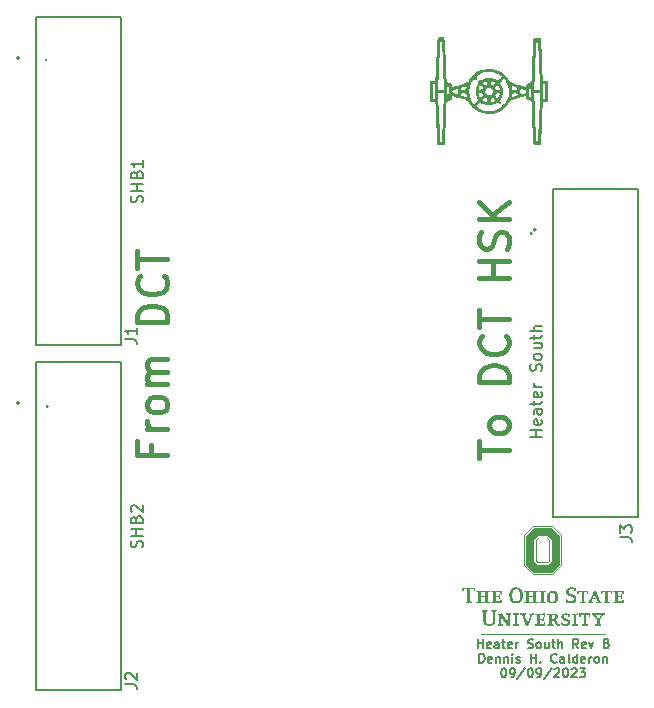
<source format=gbr>
%TF.GenerationSoftware,KiCad,Pcbnew,7.0.7*%
%TF.CreationDate,2023-09-12T10:00:41-04:00*%
%TF.ProjectId,Heater_South,48656174-6572-45f5-936f-7574682e6b69,rev?*%
%TF.SameCoordinates,Original*%
%TF.FileFunction,Legend,Top*%
%TF.FilePolarity,Positive*%
%FSLAX46Y46*%
G04 Gerber Fmt 4.6, Leading zero omitted, Abs format (unit mm)*
G04 Created by KiCad (PCBNEW 7.0.7) date 2023-09-12 10:00:41*
%MOMM*%
%LPD*%
G01*
G04 APERTURE LIST*
%ADD10C,0.254000*%
%ADD11C,0.400000*%
%ADD12C,0.150000*%
%ADD13C,0.127000*%
%ADD14C,0.200000*%
G04 APERTURE END LIST*
D10*
X92590001Y-80030000D02*
G75*
G03*
X92590001Y-80030000I-1J0D01*
G01*
X92500001Y-50700000D02*
G75*
G03*
X92500001Y-50700000I-1J0D01*
G01*
X133560001Y-65400000D02*
G75*
G03*
X133560001Y-65400000I-1J0D01*
G01*
D11*
X129173247Y-84396366D02*
X129173247Y-82967795D01*
X131673247Y-83682081D02*
X129173247Y-83682081D01*
X131673247Y-81777319D02*
X131554200Y-82015414D01*
X131554200Y-82015414D02*
X131435152Y-82134461D01*
X131435152Y-82134461D02*
X131197057Y-82253509D01*
X131197057Y-82253509D02*
X130482771Y-82253509D01*
X130482771Y-82253509D02*
X130244676Y-82134461D01*
X130244676Y-82134461D02*
X130125628Y-82015414D01*
X130125628Y-82015414D02*
X130006580Y-81777319D01*
X130006580Y-81777319D02*
X130006580Y-81420176D01*
X130006580Y-81420176D02*
X130125628Y-81182080D01*
X130125628Y-81182080D02*
X130244676Y-81063033D01*
X130244676Y-81063033D02*
X130482771Y-80943985D01*
X130482771Y-80943985D02*
X131197057Y-80943985D01*
X131197057Y-80943985D02*
X131435152Y-81063033D01*
X131435152Y-81063033D02*
X131554200Y-81182080D01*
X131554200Y-81182080D02*
X131673247Y-81420176D01*
X131673247Y-81420176D02*
X131673247Y-81777319D01*
X131673247Y-77967794D02*
X129173247Y-77967794D01*
X129173247Y-77967794D02*
X129173247Y-77372556D01*
X129173247Y-77372556D02*
X129292295Y-77015413D01*
X129292295Y-77015413D02*
X129530390Y-76777318D01*
X129530390Y-76777318D02*
X129768485Y-76658271D01*
X129768485Y-76658271D02*
X130244676Y-76539223D01*
X130244676Y-76539223D02*
X130601819Y-76539223D01*
X130601819Y-76539223D02*
X131078009Y-76658271D01*
X131078009Y-76658271D02*
X131316104Y-76777318D01*
X131316104Y-76777318D02*
X131554200Y-77015413D01*
X131554200Y-77015413D02*
X131673247Y-77372556D01*
X131673247Y-77372556D02*
X131673247Y-77967794D01*
X131435152Y-74039223D02*
X131554200Y-74158271D01*
X131554200Y-74158271D02*
X131673247Y-74515413D01*
X131673247Y-74515413D02*
X131673247Y-74753509D01*
X131673247Y-74753509D02*
X131554200Y-75110652D01*
X131554200Y-75110652D02*
X131316104Y-75348747D01*
X131316104Y-75348747D02*
X131078009Y-75467794D01*
X131078009Y-75467794D02*
X130601819Y-75586842D01*
X130601819Y-75586842D02*
X130244676Y-75586842D01*
X130244676Y-75586842D02*
X129768485Y-75467794D01*
X129768485Y-75467794D02*
X129530390Y-75348747D01*
X129530390Y-75348747D02*
X129292295Y-75110652D01*
X129292295Y-75110652D02*
X129173247Y-74753509D01*
X129173247Y-74753509D02*
X129173247Y-74515413D01*
X129173247Y-74515413D02*
X129292295Y-74158271D01*
X129292295Y-74158271D02*
X129411342Y-74039223D01*
X129173247Y-73324937D02*
X129173247Y-71896366D01*
X131673247Y-72610652D02*
X129173247Y-72610652D01*
X131673247Y-69158270D02*
X129173247Y-69158270D01*
X130363723Y-69158270D02*
X130363723Y-67729699D01*
X131673247Y-67729699D02*
X129173247Y-67729699D01*
X131554200Y-66658270D02*
X131673247Y-66301127D01*
X131673247Y-66301127D02*
X131673247Y-65705889D01*
X131673247Y-65705889D02*
X131554200Y-65467794D01*
X131554200Y-65467794D02*
X131435152Y-65348746D01*
X131435152Y-65348746D02*
X131197057Y-65229699D01*
X131197057Y-65229699D02*
X130958961Y-65229699D01*
X130958961Y-65229699D02*
X130720866Y-65348746D01*
X130720866Y-65348746D02*
X130601819Y-65467794D01*
X130601819Y-65467794D02*
X130482771Y-65705889D01*
X130482771Y-65705889D02*
X130363723Y-66182080D01*
X130363723Y-66182080D02*
X130244676Y-66420175D01*
X130244676Y-66420175D02*
X130125628Y-66539222D01*
X130125628Y-66539222D02*
X129887533Y-66658270D01*
X129887533Y-66658270D02*
X129649438Y-66658270D01*
X129649438Y-66658270D02*
X129411342Y-66539222D01*
X129411342Y-66539222D02*
X129292295Y-66420175D01*
X129292295Y-66420175D02*
X129173247Y-66182080D01*
X129173247Y-66182080D02*
X129173247Y-65586841D01*
X129173247Y-65586841D02*
X129292295Y-65229699D01*
X131673247Y-64158270D02*
X129173247Y-64158270D01*
X131673247Y-62729699D02*
X130244676Y-63801128D01*
X129173247Y-62729699D02*
X130601819Y-64158270D01*
D12*
X129035628Y-100489295D02*
X129035628Y-99727295D01*
X129035628Y-100090152D02*
X129471057Y-100090152D01*
X129471057Y-100489295D02*
X129471057Y-99727295D01*
X130124200Y-100453010D02*
X130051628Y-100489295D01*
X130051628Y-100489295D02*
X129906486Y-100489295D01*
X129906486Y-100489295D02*
X129833914Y-100453010D01*
X129833914Y-100453010D02*
X129797628Y-100380438D01*
X129797628Y-100380438D02*
X129797628Y-100090152D01*
X129797628Y-100090152D02*
X129833914Y-100017581D01*
X129833914Y-100017581D02*
X129906486Y-99981295D01*
X129906486Y-99981295D02*
X130051628Y-99981295D01*
X130051628Y-99981295D02*
X130124200Y-100017581D01*
X130124200Y-100017581D02*
X130160486Y-100090152D01*
X130160486Y-100090152D02*
X130160486Y-100162724D01*
X130160486Y-100162724D02*
X129797628Y-100235295D01*
X130813629Y-100489295D02*
X130813629Y-100090152D01*
X130813629Y-100090152D02*
X130777343Y-100017581D01*
X130777343Y-100017581D02*
X130704771Y-99981295D01*
X130704771Y-99981295D02*
X130559629Y-99981295D01*
X130559629Y-99981295D02*
X130487057Y-100017581D01*
X130813629Y-100453010D02*
X130741057Y-100489295D01*
X130741057Y-100489295D02*
X130559629Y-100489295D01*
X130559629Y-100489295D02*
X130487057Y-100453010D01*
X130487057Y-100453010D02*
X130450771Y-100380438D01*
X130450771Y-100380438D02*
X130450771Y-100307867D01*
X130450771Y-100307867D02*
X130487057Y-100235295D01*
X130487057Y-100235295D02*
X130559629Y-100199010D01*
X130559629Y-100199010D02*
X130741057Y-100199010D01*
X130741057Y-100199010D02*
X130813629Y-100162724D01*
X131067629Y-99981295D02*
X131357915Y-99981295D01*
X131176486Y-99727295D02*
X131176486Y-100380438D01*
X131176486Y-100380438D02*
X131212772Y-100453010D01*
X131212772Y-100453010D02*
X131285343Y-100489295D01*
X131285343Y-100489295D02*
X131357915Y-100489295D01*
X131902201Y-100453010D02*
X131829629Y-100489295D01*
X131829629Y-100489295D02*
X131684487Y-100489295D01*
X131684487Y-100489295D02*
X131611915Y-100453010D01*
X131611915Y-100453010D02*
X131575629Y-100380438D01*
X131575629Y-100380438D02*
X131575629Y-100090152D01*
X131575629Y-100090152D02*
X131611915Y-100017581D01*
X131611915Y-100017581D02*
X131684487Y-99981295D01*
X131684487Y-99981295D02*
X131829629Y-99981295D01*
X131829629Y-99981295D02*
X131902201Y-100017581D01*
X131902201Y-100017581D02*
X131938487Y-100090152D01*
X131938487Y-100090152D02*
X131938487Y-100162724D01*
X131938487Y-100162724D02*
X131575629Y-100235295D01*
X132265058Y-100489295D02*
X132265058Y-99981295D01*
X132265058Y-100126438D02*
X132301344Y-100053867D01*
X132301344Y-100053867D02*
X132337630Y-100017581D01*
X132337630Y-100017581D02*
X132410201Y-99981295D01*
X132410201Y-99981295D02*
X132482772Y-99981295D01*
X133281057Y-100453010D02*
X133389915Y-100489295D01*
X133389915Y-100489295D02*
X133571343Y-100489295D01*
X133571343Y-100489295D02*
X133643915Y-100453010D01*
X133643915Y-100453010D02*
X133680200Y-100416724D01*
X133680200Y-100416724D02*
X133716486Y-100344152D01*
X133716486Y-100344152D02*
X133716486Y-100271581D01*
X133716486Y-100271581D02*
X133680200Y-100199010D01*
X133680200Y-100199010D02*
X133643915Y-100162724D01*
X133643915Y-100162724D02*
X133571343Y-100126438D01*
X133571343Y-100126438D02*
X133426200Y-100090152D01*
X133426200Y-100090152D02*
X133353629Y-100053867D01*
X133353629Y-100053867D02*
X133317343Y-100017581D01*
X133317343Y-100017581D02*
X133281057Y-99945010D01*
X133281057Y-99945010D02*
X133281057Y-99872438D01*
X133281057Y-99872438D02*
X133317343Y-99799867D01*
X133317343Y-99799867D02*
X133353629Y-99763581D01*
X133353629Y-99763581D02*
X133426200Y-99727295D01*
X133426200Y-99727295D02*
X133607629Y-99727295D01*
X133607629Y-99727295D02*
X133716486Y-99763581D01*
X134151914Y-100489295D02*
X134079343Y-100453010D01*
X134079343Y-100453010D02*
X134043057Y-100416724D01*
X134043057Y-100416724D02*
X134006771Y-100344152D01*
X134006771Y-100344152D02*
X134006771Y-100126438D01*
X134006771Y-100126438D02*
X134043057Y-100053867D01*
X134043057Y-100053867D02*
X134079343Y-100017581D01*
X134079343Y-100017581D02*
X134151914Y-99981295D01*
X134151914Y-99981295D02*
X134260771Y-99981295D01*
X134260771Y-99981295D02*
X134333343Y-100017581D01*
X134333343Y-100017581D02*
X134369629Y-100053867D01*
X134369629Y-100053867D02*
X134405914Y-100126438D01*
X134405914Y-100126438D02*
X134405914Y-100344152D01*
X134405914Y-100344152D02*
X134369629Y-100416724D01*
X134369629Y-100416724D02*
X134333343Y-100453010D01*
X134333343Y-100453010D02*
X134260771Y-100489295D01*
X134260771Y-100489295D02*
X134151914Y-100489295D01*
X135059058Y-99981295D02*
X135059058Y-100489295D01*
X134732486Y-99981295D02*
X134732486Y-100380438D01*
X134732486Y-100380438D02*
X134768772Y-100453010D01*
X134768772Y-100453010D02*
X134841343Y-100489295D01*
X134841343Y-100489295D02*
X134950200Y-100489295D01*
X134950200Y-100489295D02*
X135022772Y-100453010D01*
X135022772Y-100453010D02*
X135059058Y-100416724D01*
X135313058Y-99981295D02*
X135603344Y-99981295D01*
X135421915Y-99727295D02*
X135421915Y-100380438D01*
X135421915Y-100380438D02*
X135458201Y-100453010D01*
X135458201Y-100453010D02*
X135530772Y-100489295D01*
X135530772Y-100489295D02*
X135603344Y-100489295D01*
X135857344Y-100489295D02*
X135857344Y-99727295D01*
X136183916Y-100489295D02*
X136183916Y-100090152D01*
X136183916Y-100090152D02*
X136147630Y-100017581D01*
X136147630Y-100017581D02*
X136075058Y-99981295D01*
X136075058Y-99981295D02*
X135966201Y-99981295D01*
X135966201Y-99981295D02*
X135893630Y-100017581D01*
X135893630Y-100017581D02*
X135857344Y-100053867D01*
X137562773Y-100489295D02*
X137308773Y-100126438D01*
X137127344Y-100489295D02*
X137127344Y-99727295D01*
X137127344Y-99727295D02*
X137417630Y-99727295D01*
X137417630Y-99727295D02*
X137490201Y-99763581D01*
X137490201Y-99763581D02*
X137526487Y-99799867D01*
X137526487Y-99799867D02*
X137562773Y-99872438D01*
X137562773Y-99872438D02*
X137562773Y-99981295D01*
X137562773Y-99981295D02*
X137526487Y-100053867D01*
X137526487Y-100053867D02*
X137490201Y-100090152D01*
X137490201Y-100090152D02*
X137417630Y-100126438D01*
X137417630Y-100126438D02*
X137127344Y-100126438D01*
X138179630Y-100453010D02*
X138107058Y-100489295D01*
X138107058Y-100489295D02*
X137961916Y-100489295D01*
X137961916Y-100489295D02*
X137889344Y-100453010D01*
X137889344Y-100453010D02*
X137853058Y-100380438D01*
X137853058Y-100380438D02*
X137853058Y-100090152D01*
X137853058Y-100090152D02*
X137889344Y-100017581D01*
X137889344Y-100017581D02*
X137961916Y-99981295D01*
X137961916Y-99981295D02*
X138107058Y-99981295D01*
X138107058Y-99981295D02*
X138179630Y-100017581D01*
X138179630Y-100017581D02*
X138215916Y-100090152D01*
X138215916Y-100090152D02*
X138215916Y-100162724D01*
X138215916Y-100162724D02*
X137853058Y-100235295D01*
X138469916Y-99981295D02*
X138651344Y-100489295D01*
X138651344Y-100489295D02*
X138832773Y-99981295D01*
X139957629Y-100090152D02*
X140066486Y-100126438D01*
X140066486Y-100126438D02*
X140102772Y-100162724D01*
X140102772Y-100162724D02*
X140139058Y-100235295D01*
X140139058Y-100235295D02*
X140139058Y-100344152D01*
X140139058Y-100344152D02*
X140102772Y-100416724D01*
X140102772Y-100416724D02*
X140066486Y-100453010D01*
X140066486Y-100453010D02*
X139993915Y-100489295D01*
X139993915Y-100489295D02*
X139703629Y-100489295D01*
X139703629Y-100489295D02*
X139703629Y-99727295D01*
X139703629Y-99727295D02*
X139957629Y-99727295D01*
X139957629Y-99727295D02*
X140030201Y-99763581D01*
X140030201Y-99763581D02*
X140066486Y-99799867D01*
X140066486Y-99799867D02*
X140102772Y-99872438D01*
X140102772Y-99872438D02*
X140102772Y-99945010D01*
X140102772Y-99945010D02*
X140066486Y-100017581D01*
X140066486Y-100017581D02*
X140030201Y-100053867D01*
X140030201Y-100053867D02*
X139957629Y-100090152D01*
X139957629Y-100090152D02*
X139703629Y-100090152D01*
X129180770Y-101716115D02*
X129180770Y-100954115D01*
X129180770Y-100954115D02*
X129362199Y-100954115D01*
X129362199Y-100954115D02*
X129471056Y-100990401D01*
X129471056Y-100990401D02*
X129543627Y-101062972D01*
X129543627Y-101062972D02*
X129579913Y-101135544D01*
X129579913Y-101135544D02*
X129616199Y-101280687D01*
X129616199Y-101280687D02*
X129616199Y-101389544D01*
X129616199Y-101389544D02*
X129579913Y-101534687D01*
X129579913Y-101534687D02*
X129543627Y-101607258D01*
X129543627Y-101607258D02*
X129471056Y-101679830D01*
X129471056Y-101679830D02*
X129362199Y-101716115D01*
X129362199Y-101716115D02*
X129180770Y-101716115D01*
X130233056Y-101679830D02*
X130160484Y-101716115D01*
X130160484Y-101716115D02*
X130015342Y-101716115D01*
X130015342Y-101716115D02*
X129942770Y-101679830D01*
X129942770Y-101679830D02*
X129906484Y-101607258D01*
X129906484Y-101607258D02*
X129906484Y-101316972D01*
X129906484Y-101316972D02*
X129942770Y-101244401D01*
X129942770Y-101244401D02*
X130015342Y-101208115D01*
X130015342Y-101208115D02*
X130160484Y-101208115D01*
X130160484Y-101208115D02*
X130233056Y-101244401D01*
X130233056Y-101244401D02*
X130269342Y-101316972D01*
X130269342Y-101316972D02*
X130269342Y-101389544D01*
X130269342Y-101389544D02*
X129906484Y-101462115D01*
X130595913Y-101208115D02*
X130595913Y-101716115D01*
X130595913Y-101280687D02*
X130632199Y-101244401D01*
X130632199Y-101244401D02*
X130704770Y-101208115D01*
X130704770Y-101208115D02*
X130813627Y-101208115D01*
X130813627Y-101208115D02*
X130886199Y-101244401D01*
X130886199Y-101244401D02*
X130922485Y-101316972D01*
X130922485Y-101316972D02*
X130922485Y-101716115D01*
X131285342Y-101208115D02*
X131285342Y-101716115D01*
X131285342Y-101280687D02*
X131321628Y-101244401D01*
X131321628Y-101244401D02*
X131394199Y-101208115D01*
X131394199Y-101208115D02*
X131503056Y-101208115D01*
X131503056Y-101208115D02*
X131575628Y-101244401D01*
X131575628Y-101244401D02*
X131611914Y-101316972D01*
X131611914Y-101316972D02*
X131611914Y-101716115D01*
X131974771Y-101716115D02*
X131974771Y-101208115D01*
X131974771Y-100954115D02*
X131938485Y-100990401D01*
X131938485Y-100990401D02*
X131974771Y-101026687D01*
X131974771Y-101026687D02*
X132011057Y-100990401D01*
X132011057Y-100990401D02*
X131974771Y-100954115D01*
X131974771Y-100954115D02*
X131974771Y-101026687D01*
X132301342Y-101679830D02*
X132373914Y-101716115D01*
X132373914Y-101716115D02*
X132519057Y-101716115D01*
X132519057Y-101716115D02*
X132591628Y-101679830D01*
X132591628Y-101679830D02*
X132627914Y-101607258D01*
X132627914Y-101607258D02*
X132627914Y-101570972D01*
X132627914Y-101570972D02*
X132591628Y-101498401D01*
X132591628Y-101498401D02*
X132519057Y-101462115D01*
X132519057Y-101462115D02*
X132410200Y-101462115D01*
X132410200Y-101462115D02*
X132337628Y-101425830D01*
X132337628Y-101425830D02*
X132301342Y-101353258D01*
X132301342Y-101353258D02*
X132301342Y-101316972D01*
X132301342Y-101316972D02*
X132337628Y-101244401D01*
X132337628Y-101244401D02*
X132410200Y-101208115D01*
X132410200Y-101208115D02*
X132519057Y-101208115D01*
X132519057Y-101208115D02*
X132591628Y-101244401D01*
X133535056Y-101716115D02*
X133535056Y-100954115D01*
X133535056Y-101316972D02*
X133970485Y-101316972D01*
X133970485Y-101716115D02*
X133970485Y-100954115D01*
X134333342Y-101643544D02*
X134369628Y-101679830D01*
X134369628Y-101679830D02*
X134333342Y-101716115D01*
X134333342Y-101716115D02*
X134297056Y-101679830D01*
X134297056Y-101679830D02*
X134333342Y-101643544D01*
X134333342Y-101643544D02*
X134333342Y-101716115D01*
X135712199Y-101643544D02*
X135675913Y-101679830D01*
X135675913Y-101679830D02*
X135567056Y-101716115D01*
X135567056Y-101716115D02*
X135494484Y-101716115D01*
X135494484Y-101716115D02*
X135385627Y-101679830D01*
X135385627Y-101679830D02*
X135313056Y-101607258D01*
X135313056Y-101607258D02*
X135276770Y-101534687D01*
X135276770Y-101534687D02*
X135240484Y-101389544D01*
X135240484Y-101389544D02*
X135240484Y-101280687D01*
X135240484Y-101280687D02*
X135276770Y-101135544D01*
X135276770Y-101135544D02*
X135313056Y-101062972D01*
X135313056Y-101062972D02*
X135385627Y-100990401D01*
X135385627Y-100990401D02*
X135494484Y-100954115D01*
X135494484Y-100954115D02*
X135567056Y-100954115D01*
X135567056Y-100954115D02*
X135675913Y-100990401D01*
X135675913Y-100990401D02*
X135712199Y-101026687D01*
X136365342Y-101716115D02*
X136365342Y-101316972D01*
X136365342Y-101316972D02*
X136329056Y-101244401D01*
X136329056Y-101244401D02*
X136256484Y-101208115D01*
X136256484Y-101208115D02*
X136111342Y-101208115D01*
X136111342Y-101208115D02*
X136038770Y-101244401D01*
X136365342Y-101679830D02*
X136292770Y-101716115D01*
X136292770Y-101716115D02*
X136111342Y-101716115D01*
X136111342Y-101716115D02*
X136038770Y-101679830D01*
X136038770Y-101679830D02*
X136002484Y-101607258D01*
X136002484Y-101607258D02*
X136002484Y-101534687D01*
X136002484Y-101534687D02*
X136038770Y-101462115D01*
X136038770Y-101462115D02*
X136111342Y-101425830D01*
X136111342Y-101425830D02*
X136292770Y-101425830D01*
X136292770Y-101425830D02*
X136365342Y-101389544D01*
X136837056Y-101716115D02*
X136764485Y-101679830D01*
X136764485Y-101679830D02*
X136728199Y-101607258D01*
X136728199Y-101607258D02*
X136728199Y-100954115D01*
X137453914Y-101716115D02*
X137453914Y-100954115D01*
X137453914Y-101679830D02*
X137381342Y-101716115D01*
X137381342Y-101716115D02*
X137236199Y-101716115D01*
X137236199Y-101716115D02*
X137163628Y-101679830D01*
X137163628Y-101679830D02*
X137127342Y-101643544D01*
X137127342Y-101643544D02*
X137091056Y-101570972D01*
X137091056Y-101570972D02*
X137091056Y-101353258D01*
X137091056Y-101353258D02*
X137127342Y-101280687D01*
X137127342Y-101280687D02*
X137163628Y-101244401D01*
X137163628Y-101244401D02*
X137236199Y-101208115D01*
X137236199Y-101208115D02*
X137381342Y-101208115D01*
X137381342Y-101208115D02*
X137453914Y-101244401D01*
X138107057Y-101679830D02*
X138034485Y-101716115D01*
X138034485Y-101716115D02*
X137889343Y-101716115D01*
X137889343Y-101716115D02*
X137816771Y-101679830D01*
X137816771Y-101679830D02*
X137780485Y-101607258D01*
X137780485Y-101607258D02*
X137780485Y-101316972D01*
X137780485Y-101316972D02*
X137816771Y-101244401D01*
X137816771Y-101244401D02*
X137889343Y-101208115D01*
X137889343Y-101208115D02*
X138034485Y-101208115D01*
X138034485Y-101208115D02*
X138107057Y-101244401D01*
X138107057Y-101244401D02*
X138143343Y-101316972D01*
X138143343Y-101316972D02*
X138143343Y-101389544D01*
X138143343Y-101389544D02*
X137780485Y-101462115D01*
X138469914Y-101716115D02*
X138469914Y-101208115D01*
X138469914Y-101353258D02*
X138506200Y-101280687D01*
X138506200Y-101280687D02*
X138542486Y-101244401D01*
X138542486Y-101244401D02*
X138615057Y-101208115D01*
X138615057Y-101208115D02*
X138687628Y-101208115D01*
X139050485Y-101716115D02*
X138977914Y-101679830D01*
X138977914Y-101679830D02*
X138941628Y-101643544D01*
X138941628Y-101643544D02*
X138905342Y-101570972D01*
X138905342Y-101570972D02*
X138905342Y-101353258D01*
X138905342Y-101353258D02*
X138941628Y-101280687D01*
X138941628Y-101280687D02*
X138977914Y-101244401D01*
X138977914Y-101244401D02*
X139050485Y-101208115D01*
X139050485Y-101208115D02*
X139159342Y-101208115D01*
X139159342Y-101208115D02*
X139231914Y-101244401D01*
X139231914Y-101244401D02*
X139268200Y-101280687D01*
X139268200Y-101280687D02*
X139304485Y-101353258D01*
X139304485Y-101353258D02*
X139304485Y-101570972D01*
X139304485Y-101570972D02*
X139268200Y-101643544D01*
X139268200Y-101643544D02*
X139231914Y-101679830D01*
X139231914Y-101679830D02*
X139159342Y-101716115D01*
X139159342Y-101716115D02*
X139050485Y-101716115D01*
X139631057Y-101208115D02*
X139631057Y-101716115D01*
X139631057Y-101280687D02*
X139667343Y-101244401D01*
X139667343Y-101244401D02*
X139739914Y-101208115D01*
X139739914Y-101208115D02*
X139848771Y-101208115D01*
X139848771Y-101208115D02*
X139921343Y-101244401D01*
X139921343Y-101244401D02*
X139957629Y-101316972D01*
X139957629Y-101316972D02*
X139957629Y-101716115D01*
X131194629Y-102180935D02*
X131267200Y-102180935D01*
X131267200Y-102180935D02*
X131339772Y-102217221D01*
X131339772Y-102217221D02*
X131376058Y-102253507D01*
X131376058Y-102253507D02*
X131412343Y-102326078D01*
X131412343Y-102326078D02*
X131448629Y-102471221D01*
X131448629Y-102471221D02*
X131448629Y-102652650D01*
X131448629Y-102652650D02*
X131412343Y-102797792D01*
X131412343Y-102797792D02*
X131376058Y-102870364D01*
X131376058Y-102870364D02*
X131339772Y-102906650D01*
X131339772Y-102906650D02*
X131267200Y-102942935D01*
X131267200Y-102942935D02*
X131194629Y-102942935D01*
X131194629Y-102942935D02*
X131122058Y-102906650D01*
X131122058Y-102906650D02*
X131085772Y-102870364D01*
X131085772Y-102870364D02*
X131049486Y-102797792D01*
X131049486Y-102797792D02*
X131013200Y-102652650D01*
X131013200Y-102652650D02*
X131013200Y-102471221D01*
X131013200Y-102471221D02*
X131049486Y-102326078D01*
X131049486Y-102326078D02*
X131085772Y-102253507D01*
X131085772Y-102253507D02*
X131122058Y-102217221D01*
X131122058Y-102217221D02*
X131194629Y-102180935D01*
X131811486Y-102942935D02*
X131956629Y-102942935D01*
X131956629Y-102942935D02*
X132029200Y-102906650D01*
X132029200Y-102906650D02*
X132065486Y-102870364D01*
X132065486Y-102870364D02*
X132138057Y-102761507D01*
X132138057Y-102761507D02*
X132174343Y-102616364D01*
X132174343Y-102616364D02*
X132174343Y-102326078D01*
X132174343Y-102326078D02*
X132138057Y-102253507D01*
X132138057Y-102253507D02*
X132101772Y-102217221D01*
X132101772Y-102217221D02*
X132029200Y-102180935D01*
X132029200Y-102180935D02*
X131884057Y-102180935D01*
X131884057Y-102180935D02*
X131811486Y-102217221D01*
X131811486Y-102217221D02*
X131775200Y-102253507D01*
X131775200Y-102253507D02*
X131738914Y-102326078D01*
X131738914Y-102326078D02*
X131738914Y-102507507D01*
X131738914Y-102507507D02*
X131775200Y-102580078D01*
X131775200Y-102580078D02*
X131811486Y-102616364D01*
X131811486Y-102616364D02*
X131884057Y-102652650D01*
X131884057Y-102652650D02*
X132029200Y-102652650D01*
X132029200Y-102652650D02*
X132101772Y-102616364D01*
X132101772Y-102616364D02*
X132138057Y-102580078D01*
X132138057Y-102580078D02*
X132174343Y-102507507D01*
X133045200Y-102144650D02*
X132392057Y-103124364D01*
X133444343Y-102180935D02*
X133516914Y-102180935D01*
X133516914Y-102180935D02*
X133589486Y-102217221D01*
X133589486Y-102217221D02*
X133625772Y-102253507D01*
X133625772Y-102253507D02*
X133662057Y-102326078D01*
X133662057Y-102326078D02*
X133698343Y-102471221D01*
X133698343Y-102471221D02*
X133698343Y-102652650D01*
X133698343Y-102652650D02*
X133662057Y-102797792D01*
X133662057Y-102797792D02*
X133625772Y-102870364D01*
X133625772Y-102870364D02*
X133589486Y-102906650D01*
X133589486Y-102906650D02*
X133516914Y-102942935D01*
X133516914Y-102942935D02*
X133444343Y-102942935D01*
X133444343Y-102942935D02*
X133371772Y-102906650D01*
X133371772Y-102906650D02*
X133335486Y-102870364D01*
X133335486Y-102870364D02*
X133299200Y-102797792D01*
X133299200Y-102797792D02*
X133262914Y-102652650D01*
X133262914Y-102652650D02*
X133262914Y-102471221D01*
X133262914Y-102471221D02*
X133299200Y-102326078D01*
X133299200Y-102326078D02*
X133335486Y-102253507D01*
X133335486Y-102253507D02*
X133371772Y-102217221D01*
X133371772Y-102217221D02*
X133444343Y-102180935D01*
X134061200Y-102942935D02*
X134206343Y-102942935D01*
X134206343Y-102942935D02*
X134278914Y-102906650D01*
X134278914Y-102906650D02*
X134315200Y-102870364D01*
X134315200Y-102870364D02*
X134387771Y-102761507D01*
X134387771Y-102761507D02*
X134424057Y-102616364D01*
X134424057Y-102616364D02*
X134424057Y-102326078D01*
X134424057Y-102326078D02*
X134387771Y-102253507D01*
X134387771Y-102253507D02*
X134351486Y-102217221D01*
X134351486Y-102217221D02*
X134278914Y-102180935D01*
X134278914Y-102180935D02*
X134133771Y-102180935D01*
X134133771Y-102180935D02*
X134061200Y-102217221D01*
X134061200Y-102217221D02*
X134024914Y-102253507D01*
X134024914Y-102253507D02*
X133988628Y-102326078D01*
X133988628Y-102326078D02*
X133988628Y-102507507D01*
X133988628Y-102507507D02*
X134024914Y-102580078D01*
X134024914Y-102580078D02*
X134061200Y-102616364D01*
X134061200Y-102616364D02*
X134133771Y-102652650D01*
X134133771Y-102652650D02*
X134278914Y-102652650D01*
X134278914Y-102652650D02*
X134351486Y-102616364D01*
X134351486Y-102616364D02*
X134387771Y-102580078D01*
X134387771Y-102580078D02*
X134424057Y-102507507D01*
X135294914Y-102144650D02*
X134641771Y-103124364D01*
X135512628Y-102253507D02*
X135548914Y-102217221D01*
X135548914Y-102217221D02*
X135621486Y-102180935D01*
X135621486Y-102180935D02*
X135802914Y-102180935D01*
X135802914Y-102180935D02*
X135875486Y-102217221D01*
X135875486Y-102217221D02*
X135911771Y-102253507D01*
X135911771Y-102253507D02*
X135948057Y-102326078D01*
X135948057Y-102326078D02*
X135948057Y-102398650D01*
X135948057Y-102398650D02*
X135911771Y-102507507D01*
X135911771Y-102507507D02*
X135476343Y-102942935D01*
X135476343Y-102942935D02*
X135948057Y-102942935D01*
X136419771Y-102180935D02*
X136492342Y-102180935D01*
X136492342Y-102180935D02*
X136564914Y-102217221D01*
X136564914Y-102217221D02*
X136601200Y-102253507D01*
X136601200Y-102253507D02*
X136637485Y-102326078D01*
X136637485Y-102326078D02*
X136673771Y-102471221D01*
X136673771Y-102471221D02*
X136673771Y-102652650D01*
X136673771Y-102652650D02*
X136637485Y-102797792D01*
X136637485Y-102797792D02*
X136601200Y-102870364D01*
X136601200Y-102870364D02*
X136564914Y-102906650D01*
X136564914Y-102906650D02*
X136492342Y-102942935D01*
X136492342Y-102942935D02*
X136419771Y-102942935D01*
X136419771Y-102942935D02*
X136347200Y-102906650D01*
X136347200Y-102906650D02*
X136310914Y-102870364D01*
X136310914Y-102870364D02*
X136274628Y-102797792D01*
X136274628Y-102797792D02*
X136238342Y-102652650D01*
X136238342Y-102652650D02*
X136238342Y-102471221D01*
X136238342Y-102471221D02*
X136274628Y-102326078D01*
X136274628Y-102326078D02*
X136310914Y-102253507D01*
X136310914Y-102253507D02*
X136347200Y-102217221D01*
X136347200Y-102217221D02*
X136419771Y-102180935D01*
X136964056Y-102253507D02*
X137000342Y-102217221D01*
X137000342Y-102217221D02*
X137072914Y-102180935D01*
X137072914Y-102180935D02*
X137254342Y-102180935D01*
X137254342Y-102180935D02*
X137326914Y-102217221D01*
X137326914Y-102217221D02*
X137363199Y-102253507D01*
X137363199Y-102253507D02*
X137399485Y-102326078D01*
X137399485Y-102326078D02*
X137399485Y-102398650D01*
X137399485Y-102398650D02*
X137363199Y-102507507D01*
X137363199Y-102507507D02*
X136927771Y-102942935D01*
X136927771Y-102942935D02*
X137399485Y-102942935D01*
X137653485Y-102180935D02*
X138125199Y-102180935D01*
X138125199Y-102180935D02*
X137871199Y-102471221D01*
X137871199Y-102471221D02*
X137980056Y-102471221D01*
X137980056Y-102471221D02*
X138052628Y-102507507D01*
X138052628Y-102507507D02*
X138088913Y-102543792D01*
X138088913Y-102543792D02*
X138125199Y-102616364D01*
X138125199Y-102616364D02*
X138125199Y-102797792D01*
X138125199Y-102797792D02*
X138088913Y-102870364D01*
X138088913Y-102870364D02*
X138052628Y-102906650D01*
X138052628Y-102906650D02*
X137980056Y-102942935D01*
X137980056Y-102942935D02*
X137762342Y-102942935D01*
X137762342Y-102942935D02*
X137689770Y-102906650D01*
X137689770Y-102906650D02*
X137653485Y-102870364D01*
D11*
X101411523Y-83270890D02*
X101411523Y-84104223D01*
X102721047Y-84104223D02*
X100221047Y-84104223D01*
X100221047Y-84104223D02*
X100221047Y-82913747D01*
X102721047Y-81961366D02*
X101054380Y-81961366D01*
X101530571Y-81961366D02*
X101292476Y-81842319D01*
X101292476Y-81842319D02*
X101173428Y-81723271D01*
X101173428Y-81723271D02*
X101054380Y-81485176D01*
X101054380Y-81485176D02*
X101054380Y-81247081D01*
X102721047Y-80056605D02*
X102602000Y-80294700D01*
X102602000Y-80294700D02*
X102482952Y-80413747D01*
X102482952Y-80413747D02*
X102244857Y-80532795D01*
X102244857Y-80532795D02*
X101530571Y-80532795D01*
X101530571Y-80532795D02*
X101292476Y-80413747D01*
X101292476Y-80413747D02*
X101173428Y-80294700D01*
X101173428Y-80294700D02*
X101054380Y-80056605D01*
X101054380Y-80056605D02*
X101054380Y-79699462D01*
X101054380Y-79699462D02*
X101173428Y-79461366D01*
X101173428Y-79461366D02*
X101292476Y-79342319D01*
X101292476Y-79342319D02*
X101530571Y-79223271D01*
X101530571Y-79223271D02*
X102244857Y-79223271D01*
X102244857Y-79223271D02*
X102482952Y-79342319D01*
X102482952Y-79342319D02*
X102602000Y-79461366D01*
X102602000Y-79461366D02*
X102721047Y-79699462D01*
X102721047Y-79699462D02*
X102721047Y-80056605D01*
X102721047Y-78151842D02*
X101054380Y-78151842D01*
X101292476Y-78151842D02*
X101173428Y-78032795D01*
X101173428Y-78032795D02*
X101054380Y-77794700D01*
X101054380Y-77794700D02*
X101054380Y-77437557D01*
X101054380Y-77437557D02*
X101173428Y-77199461D01*
X101173428Y-77199461D02*
X101411523Y-77080414D01*
X101411523Y-77080414D02*
X102721047Y-77080414D01*
X101411523Y-77080414D02*
X101173428Y-76961366D01*
X101173428Y-76961366D02*
X101054380Y-76723271D01*
X101054380Y-76723271D02*
X101054380Y-76366128D01*
X101054380Y-76366128D02*
X101173428Y-76128033D01*
X101173428Y-76128033D02*
X101411523Y-76008985D01*
X101411523Y-76008985D02*
X102721047Y-76008985D01*
X102721047Y-72913747D02*
X100221047Y-72913747D01*
X100221047Y-72913747D02*
X100221047Y-72318509D01*
X100221047Y-72318509D02*
X100340095Y-71961366D01*
X100340095Y-71961366D02*
X100578190Y-71723271D01*
X100578190Y-71723271D02*
X100816285Y-71604224D01*
X100816285Y-71604224D02*
X101292476Y-71485176D01*
X101292476Y-71485176D02*
X101649619Y-71485176D01*
X101649619Y-71485176D02*
X102125809Y-71604224D01*
X102125809Y-71604224D02*
X102363904Y-71723271D01*
X102363904Y-71723271D02*
X102602000Y-71961366D01*
X102602000Y-71961366D02*
X102721047Y-72318509D01*
X102721047Y-72318509D02*
X102721047Y-72913747D01*
X102482952Y-68985176D02*
X102602000Y-69104224D01*
X102602000Y-69104224D02*
X102721047Y-69461366D01*
X102721047Y-69461366D02*
X102721047Y-69699462D01*
X102721047Y-69699462D02*
X102602000Y-70056605D01*
X102602000Y-70056605D02*
X102363904Y-70294700D01*
X102363904Y-70294700D02*
X102125809Y-70413747D01*
X102125809Y-70413747D02*
X101649619Y-70532795D01*
X101649619Y-70532795D02*
X101292476Y-70532795D01*
X101292476Y-70532795D02*
X100816285Y-70413747D01*
X100816285Y-70413747D02*
X100578190Y-70294700D01*
X100578190Y-70294700D02*
X100340095Y-70056605D01*
X100340095Y-70056605D02*
X100221047Y-69699462D01*
X100221047Y-69699462D02*
X100221047Y-69461366D01*
X100221047Y-69461366D02*
X100340095Y-69104224D01*
X100340095Y-69104224D02*
X100459142Y-68985176D01*
X100221047Y-68270890D02*
X100221047Y-66842319D01*
X102721047Y-67556605D02*
X100221047Y-67556605D01*
D12*
X99175219Y-103558933D02*
X99889504Y-103558933D01*
X99889504Y-103558933D02*
X100032361Y-103606552D01*
X100032361Y-103606552D02*
X100127600Y-103701790D01*
X100127600Y-103701790D02*
X100175219Y-103844647D01*
X100175219Y-103844647D02*
X100175219Y-103939885D01*
X99270457Y-103130361D02*
X99222838Y-103082742D01*
X99222838Y-103082742D02*
X99175219Y-102987504D01*
X99175219Y-102987504D02*
X99175219Y-102749409D01*
X99175219Y-102749409D02*
X99222838Y-102654171D01*
X99222838Y-102654171D02*
X99270457Y-102606552D01*
X99270457Y-102606552D02*
X99365695Y-102558933D01*
X99365695Y-102558933D02*
X99460933Y-102558933D01*
X99460933Y-102558933D02*
X99603790Y-102606552D01*
X99603790Y-102606552D02*
X100175219Y-103177980D01*
X100175219Y-103177980D02*
X100175219Y-102558933D01*
X100610200Y-91955714D02*
X100657819Y-91812857D01*
X100657819Y-91812857D02*
X100657819Y-91574762D01*
X100657819Y-91574762D02*
X100610200Y-91479524D01*
X100610200Y-91479524D02*
X100562580Y-91431905D01*
X100562580Y-91431905D02*
X100467342Y-91384286D01*
X100467342Y-91384286D02*
X100372104Y-91384286D01*
X100372104Y-91384286D02*
X100276866Y-91431905D01*
X100276866Y-91431905D02*
X100229247Y-91479524D01*
X100229247Y-91479524D02*
X100181628Y-91574762D01*
X100181628Y-91574762D02*
X100134009Y-91765238D01*
X100134009Y-91765238D02*
X100086390Y-91860476D01*
X100086390Y-91860476D02*
X100038771Y-91908095D01*
X100038771Y-91908095D02*
X99943533Y-91955714D01*
X99943533Y-91955714D02*
X99848295Y-91955714D01*
X99848295Y-91955714D02*
X99753057Y-91908095D01*
X99753057Y-91908095D02*
X99705438Y-91860476D01*
X99705438Y-91860476D02*
X99657819Y-91765238D01*
X99657819Y-91765238D02*
X99657819Y-91527143D01*
X99657819Y-91527143D02*
X99705438Y-91384286D01*
X100657819Y-90955714D02*
X99657819Y-90955714D01*
X100134009Y-90955714D02*
X100134009Y-90384286D01*
X100657819Y-90384286D02*
X99657819Y-90384286D01*
X100134009Y-89574762D02*
X100181628Y-89431905D01*
X100181628Y-89431905D02*
X100229247Y-89384286D01*
X100229247Y-89384286D02*
X100324485Y-89336667D01*
X100324485Y-89336667D02*
X100467342Y-89336667D01*
X100467342Y-89336667D02*
X100562580Y-89384286D01*
X100562580Y-89384286D02*
X100610200Y-89431905D01*
X100610200Y-89431905D02*
X100657819Y-89527143D01*
X100657819Y-89527143D02*
X100657819Y-89908095D01*
X100657819Y-89908095D02*
X99657819Y-89908095D01*
X99657819Y-89908095D02*
X99657819Y-89574762D01*
X99657819Y-89574762D02*
X99705438Y-89479524D01*
X99705438Y-89479524D02*
X99753057Y-89431905D01*
X99753057Y-89431905D02*
X99848295Y-89384286D01*
X99848295Y-89384286D02*
X99943533Y-89384286D01*
X99943533Y-89384286D02*
X100038771Y-89431905D01*
X100038771Y-89431905D02*
X100086390Y-89479524D01*
X100086390Y-89479524D02*
X100134009Y-89574762D01*
X100134009Y-89574762D02*
X100134009Y-89908095D01*
X99753057Y-88955714D02*
X99705438Y-88908095D01*
X99705438Y-88908095D02*
X99657819Y-88812857D01*
X99657819Y-88812857D02*
X99657819Y-88574762D01*
X99657819Y-88574762D02*
X99705438Y-88479524D01*
X99705438Y-88479524D02*
X99753057Y-88431905D01*
X99753057Y-88431905D02*
X99848295Y-88384286D01*
X99848295Y-88384286D02*
X99943533Y-88384286D01*
X99943533Y-88384286D02*
X100086390Y-88431905D01*
X100086390Y-88431905D02*
X100657819Y-89003333D01*
X100657819Y-89003333D02*
X100657819Y-88384286D01*
X141081179Y-91098733D02*
X141795464Y-91098733D01*
X141795464Y-91098733D02*
X141938321Y-91146352D01*
X141938321Y-91146352D02*
X142033560Y-91241590D01*
X142033560Y-91241590D02*
X142081179Y-91384447D01*
X142081179Y-91384447D02*
X142081179Y-91479685D01*
X141081179Y-90717780D02*
X141081179Y-90098733D01*
X141081179Y-90098733D02*
X141462131Y-90432066D01*
X141462131Y-90432066D02*
X141462131Y-90289209D01*
X141462131Y-90289209D02*
X141509750Y-90193971D01*
X141509750Y-90193971D02*
X141557369Y-90146352D01*
X141557369Y-90146352D02*
X141652607Y-90098733D01*
X141652607Y-90098733D02*
X141890702Y-90098733D01*
X141890702Y-90098733D02*
X141985940Y-90146352D01*
X141985940Y-90146352D02*
X142033560Y-90193971D01*
X142033560Y-90193971D02*
X142081179Y-90289209D01*
X142081179Y-90289209D02*
X142081179Y-90574923D01*
X142081179Y-90574923D02*
X142033560Y-90670161D01*
X142033560Y-90670161D02*
X141985940Y-90717780D01*
X134461179Y-82590476D02*
X133461179Y-82590476D01*
X133937369Y-82590476D02*
X133937369Y-82019048D01*
X134461179Y-82019048D02*
X133461179Y-82019048D01*
X134413560Y-81161905D02*
X134461179Y-81257143D01*
X134461179Y-81257143D02*
X134461179Y-81447619D01*
X134461179Y-81447619D02*
X134413560Y-81542857D01*
X134413560Y-81542857D02*
X134318321Y-81590476D01*
X134318321Y-81590476D02*
X133937369Y-81590476D01*
X133937369Y-81590476D02*
X133842131Y-81542857D01*
X133842131Y-81542857D02*
X133794512Y-81447619D01*
X133794512Y-81447619D02*
X133794512Y-81257143D01*
X133794512Y-81257143D02*
X133842131Y-81161905D01*
X133842131Y-81161905D02*
X133937369Y-81114286D01*
X133937369Y-81114286D02*
X134032607Y-81114286D01*
X134032607Y-81114286D02*
X134127845Y-81590476D01*
X134461179Y-80257143D02*
X133937369Y-80257143D01*
X133937369Y-80257143D02*
X133842131Y-80304762D01*
X133842131Y-80304762D02*
X133794512Y-80400000D01*
X133794512Y-80400000D02*
X133794512Y-80590476D01*
X133794512Y-80590476D02*
X133842131Y-80685714D01*
X134413560Y-80257143D02*
X134461179Y-80352381D01*
X134461179Y-80352381D02*
X134461179Y-80590476D01*
X134461179Y-80590476D02*
X134413560Y-80685714D01*
X134413560Y-80685714D02*
X134318321Y-80733333D01*
X134318321Y-80733333D02*
X134223083Y-80733333D01*
X134223083Y-80733333D02*
X134127845Y-80685714D01*
X134127845Y-80685714D02*
X134080226Y-80590476D01*
X134080226Y-80590476D02*
X134080226Y-80352381D01*
X134080226Y-80352381D02*
X134032607Y-80257143D01*
X133794512Y-79923809D02*
X133794512Y-79542857D01*
X133461179Y-79780952D02*
X134318321Y-79780952D01*
X134318321Y-79780952D02*
X134413560Y-79733333D01*
X134413560Y-79733333D02*
X134461179Y-79638095D01*
X134461179Y-79638095D02*
X134461179Y-79542857D01*
X134413560Y-78828571D02*
X134461179Y-78923809D01*
X134461179Y-78923809D02*
X134461179Y-79114285D01*
X134461179Y-79114285D02*
X134413560Y-79209523D01*
X134413560Y-79209523D02*
X134318321Y-79257142D01*
X134318321Y-79257142D02*
X133937369Y-79257142D01*
X133937369Y-79257142D02*
X133842131Y-79209523D01*
X133842131Y-79209523D02*
X133794512Y-79114285D01*
X133794512Y-79114285D02*
X133794512Y-78923809D01*
X133794512Y-78923809D02*
X133842131Y-78828571D01*
X133842131Y-78828571D02*
X133937369Y-78780952D01*
X133937369Y-78780952D02*
X134032607Y-78780952D01*
X134032607Y-78780952D02*
X134127845Y-79257142D01*
X134461179Y-78352380D02*
X133794512Y-78352380D01*
X133984988Y-78352380D02*
X133889750Y-78304761D01*
X133889750Y-78304761D02*
X133842131Y-78257142D01*
X133842131Y-78257142D02*
X133794512Y-78161904D01*
X133794512Y-78161904D02*
X133794512Y-78066666D01*
X134413560Y-77019046D02*
X134461179Y-76876189D01*
X134461179Y-76876189D02*
X134461179Y-76638094D01*
X134461179Y-76638094D02*
X134413560Y-76542856D01*
X134413560Y-76542856D02*
X134365940Y-76495237D01*
X134365940Y-76495237D02*
X134270702Y-76447618D01*
X134270702Y-76447618D02*
X134175464Y-76447618D01*
X134175464Y-76447618D02*
X134080226Y-76495237D01*
X134080226Y-76495237D02*
X134032607Y-76542856D01*
X134032607Y-76542856D02*
X133984988Y-76638094D01*
X133984988Y-76638094D02*
X133937369Y-76828570D01*
X133937369Y-76828570D02*
X133889750Y-76923808D01*
X133889750Y-76923808D02*
X133842131Y-76971427D01*
X133842131Y-76971427D02*
X133746893Y-77019046D01*
X133746893Y-77019046D02*
X133651655Y-77019046D01*
X133651655Y-77019046D02*
X133556417Y-76971427D01*
X133556417Y-76971427D02*
X133508798Y-76923808D01*
X133508798Y-76923808D02*
X133461179Y-76828570D01*
X133461179Y-76828570D02*
X133461179Y-76590475D01*
X133461179Y-76590475D02*
X133508798Y-76447618D01*
X134461179Y-75876189D02*
X134413560Y-75971427D01*
X134413560Y-75971427D02*
X134365940Y-76019046D01*
X134365940Y-76019046D02*
X134270702Y-76066665D01*
X134270702Y-76066665D02*
X133984988Y-76066665D01*
X133984988Y-76066665D02*
X133889750Y-76019046D01*
X133889750Y-76019046D02*
X133842131Y-75971427D01*
X133842131Y-75971427D02*
X133794512Y-75876189D01*
X133794512Y-75876189D02*
X133794512Y-75733332D01*
X133794512Y-75733332D02*
X133842131Y-75638094D01*
X133842131Y-75638094D02*
X133889750Y-75590475D01*
X133889750Y-75590475D02*
X133984988Y-75542856D01*
X133984988Y-75542856D02*
X134270702Y-75542856D01*
X134270702Y-75542856D02*
X134365940Y-75590475D01*
X134365940Y-75590475D02*
X134413560Y-75638094D01*
X134413560Y-75638094D02*
X134461179Y-75733332D01*
X134461179Y-75733332D02*
X134461179Y-75876189D01*
X133794512Y-74685713D02*
X134461179Y-74685713D01*
X133794512Y-75114284D02*
X134318321Y-75114284D01*
X134318321Y-75114284D02*
X134413560Y-75066665D01*
X134413560Y-75066665D02*
X134461179Y-74971427D01*
X134461179Y-74971427D02*
X134461179Y-74828570D01*
X134461179Y-74828570D02*
X134413560Y-74733332D01*
X134413560Y-74733332D02*
X134365940Y-74685713D01*
X133794512Y-74352379D02*
X133794512Y-73971427D01*
X133461179Y-74209522D02*
X134318321Y-74209522D01*
X134318321Y-74209522D02*
X134413560Y-74161903D01*
X134413560Y-74161903D02*
X134461179Y-74066665D01*
X134461179Y-74066665D02*
X134461179Y-73971427D01*
X134461179Y-73638093D02*
X133461179Y-73638093D01*
X134461179Y-73209522D02*
X133937369Y-73209522D01*
X133937369Y-73209522D02*
X133842131Y-73257141D01*
X133842131Y-73257141D02*
X133794512Y-73352379D01*
X133794512Y-73352379D02*
X133794512Y-73495236D01*
X133794512Y-73495236D02*
X133842131Y-73590474D01*
X133842131Y-73590474D02*
X133889750Y-73638093D01*
X99175219Y-74348933D02*
X99889504Y-74348933D01*
X99889504Y-74348933D02*
X100032361Y-74396552D01*
X100032361Y-74396552D02*
X100127600Y-74491790D01*
X100127600Y-74491790D02*
X100175219Y-74634647D01*
X100175219Y-74634647D02*
X100175219Y-74729885D01*
X100175219Y-73348933D02*
X100175219Y-73920361D01*
X100175219Y-73634647D02*
X99175219Y-73634647D01*
X99175219Y-73634647D02*
X99318076Y-73729885D01*
X99318076Y-73729885D02*
X99413314Y-73825123D01*
X99413314Y-73825123D02*
X99460933Y-73920361D01*
X100627200Y-62745714D02*
X100674819Y-62602857D01*
X100674819Y-62602857D02*
X100674819Y-62364762D01*
X100674819Y-62364762D02*
X100627200Y-62269524D01*
X100627200Y-62269524D02*
X100579580Y-62221905D01*
X100579580Y-62221905D02*
X100484342Y-62174286D01*
X100484342Y-62174286D02*
X100389104Y-62174286D01*
X100389104Y-62174286D02*
X100293866Y-62221905D01*
X100293866Y-62221905D02*
X100246247Y-62269524D01*
X100246247Y-62269524D02*
X100198628Y-62364762D01*
X100198628Y-62364762D02*
X100151009Y-62555238D01*
X100151009Y-62555238D02*
X100103390Y-62650476D01*
X100103390Y-62650476D02*
X100055771Y-62698095D01*
X100055771Y-62698095D02*
X99960533Y-62745714D01*
X99960533Y-62745714D02*
X99865295Y-62745714D01*
X99865295Y-62745714D02*
X99770057Y-62698095D01*
X99770057Y-62698095D02*
X99722438Y-62650476D01*
X99722438Y-62650476D02*
X99674819Y-62555238D01*
X99674819Y-62555238D02*
X99674819Y-62317143D01*
X99674819Y-62317143D02*
X99722438Y-62174286D01*
X100674819Y-61745714D02*
X99674819Y-61745714D01*
X100151009Y-61745714D02*
X100151009Y-61174286D01*
X100674819Y-61174286D02*
X99674819Y-61174286D01*
X100151009Y-60364762D02*
X100198628Y-60221905D01*
X100198628Y-60221905D02*
X100246247Y-60174286D01*
X100246247Y-60174286D02*
X100341485Y-60126667D01*
X100341485Y-60126667D02*
X100484342Y-60126667D01*
X100484342Y-60126667D02*
X100579580Y-60174286D01*
X100579580Y-60174286D02*
X100627200Y-60221905D01*
X100627200Y-60221905D02*
X100674819Y-60317143D01*
X100674819Y-60317143D02*
X100674819Y-60698095D01*
X100674819Y-60698095D02*
X99674819Y-60698095D01*
X99674819Y-60698095D02*
X99674819Y-60364762D01*
X99674819Y-60364762D02*
X99722438Y-60269524D01*
X99722438Y-60269524D02*
X99770057Y-60221905D01*
X99770057Y-60221905D02*
X99865295Y-60174286D01*
X99865295Y-60174286D02*
X99960533Y-60174286D01*
X99960533Y-60174286D02*
X100055771Y-60221905D01*
X100055771Y-60221905D02*
X100103390Y-60269524D01*
X100103390Y-60269524D02*
X100151009Y-60364762D01*
X100151009Y-60364762D02*
X100151009Y-60698095D01*
X100674819Y-59174286D02*
X100674819Y-59745714D01*
X100674819Y-59460000D02*
X99674819Y-59460000D01*
X99674819Y-59460000D02*
X99817676Y-59555238D01*
X99817676Y-59555238D02*
X99912914Y-59650476D01*
X99912914Y-59650476D02*
X99960533Y-59745714D01*
D13*
%TO.C,J2*%
X98857000Y-76276000D02*
X98857000Y-104064000D01*
X91643000Y-76276000D02*
X98857000Y-76276000D01*
X98857000Y-104064000D02*
X91643000Y-104064000D01*
X91643000Y-104064000D02*
X91643000Y-76276000D01*
D14*
X90208480Y-79735680D02*
G75*
G03*
X90208480Y-79735680I-100000J0D01*
G01*
%TO.C,G\u002A\u002A\u002A*%
G36*
X126023510Y-48756312D02*
G01*
X126148996Y-48778928D01*
X126181496Y-48793966D01*
X126202219Y-48835749D01*
X126222020Y-48938598D01*
X126241490Y-49109463D01*
X126261220Y-49355294D01*
X126281798Y-49683042D01*
X126303817Y-50099656D01*
X126318600Y-50408879D01*
X126336802Y-50809140D01*
X126353389Y-51188377D01*
X126367771Y-51531949D01*
X126379358Y-51825212D01*
X126387560Y-52053525D01*
X126391787Y-52202246D01*
X126392232Y-52236127D01*
X126397019Y-52387759D01*
X126425798Y-52476359D01*
X126501747Y-52539093D01*
X126618344Y-52598691D01*
X126760926Y-52679634D01*
X126828761Y-52755647D01*
X126843787Y-52834118D01*
X126856639Y-52929231D01*
X126881361Y-52961484D01*
X126940915Y-52948632D01*
X127077494Y-52912408D01*
X127272098Y-52858038D01*
X127505721Y-52790748D01*
X127559443Y-52775030D01*
X127819056Y-52697936D01*
X128000616Y-52639155D01*
X128122341Y-52589231D01*
X128202452Y-52538708D01*
X128259167Y-52478131D01*
X128310706Y-52398043D01*
X128321650Y-52379441D01*
X128422676Y-52237961D01*
X128568551Y-52069899D01*
X128720857Y-51918150D01*
X129065133Y-51665882D01*
X129438721Y-51502659D01*
X129829212Y-51426427D01*
X130224200Y-51435133D01*
X130611279Y-51526720D01*
X130978043Y-51699136D01*
X131312084Y-51950326D01*
X131600997Y-52278236D01*
X131688407Y-52409529D01*
X131740293Y-52484328D01*
X131802355Y-52543241D01*
X131893026Y-52595422D01*
X132030742Y-52650030D01*
X132233936Y-52716219D01*
X132419675Y-52772744D01*
X132657713Y-52843073D01*
X132862947Y-52901352D01*
X133015362Y-52942066D01*
X133094945Y-52959702D01*
X133099291Y-52960015D01*
X133141983Y-52917167D01*
X133156213Y-52834118D01*
X133178020Y-52742497D01*
X133257962Y-52666069D01*
X133373578Y-52602616D01*
X133590942Y-52497013D01*
X133650612Y-50962538D01*
X133666714Y-50563105D01*
X133683180Y-50181081D01*
X133699253Y-49832122D01*
X133714179Y-49531884D01*
X133727201Y-49296022D01*
X133737563Y-49140192D01*
X133739915Y-49112714D01*
X133769548Y-48797364D01*
X134076589Y-48812122D01*
X134383630Y-48826879D01*
X134466351Y-50630430D01*
X134485471Y-51044741D01*
X134503301Y-51426205D01*
X134519296Y-51763557D01*
X134532913Y-52045533D01*
X134543608Y-52260867D01*
X134550838Y-52398294D01*
X134554024Y-52446505D01*
X134602016Y-52453993D01*
X134717652Y-52458469D01*
X134784419Y-52459029D01*
X135009862Y-52459029D01*
X135009862Y-53360804D01*
X135009862Y-54262580D01*
X134784419Y-54262580D01*
X134648640Y-54265081D01*
X134565570Y-54271407D01*
X134554024Y-54275104D01*
X134550674Y-54326239D01*
X134543331Y-54466203D01*
X134532539Y-54683732D01*
X134518841Y-54967559D01*
X134502782Y-55306421D01*
X134484905Y-55689051D01*
X134466351Y-56091179D01*
X134383630Y-57894729D01*
X134076589Y-57909487D01*
X133769548Y-57924245D01*
X133739915Y-57608895D01*
X133730445Y-57478635D01*
X133718101Y-57263899D01*
X133703639Y-56980343D01*
X133687815Y-56643623D01*
X133671384Y-56269393D01*
X133655102Y-55873311D01*
X133650612Y-55759071D01*
X133590942Y-54224596D01*
X133373578Y-54118992D01*
X133237429Y-54042449D01*
X133172891Y-53969417D01*
X133156222Y-53872633D01*
X133156213Y-53869403D01*
X133156213Y-53725417D01*
X132474412Y-53929808D01*
X131792610Y-54134200D01*
X131631263Y-54386259D01*
X131359949Y-54723262D01*
X131032489Y-54986165D01*
X130662885Y-55170923D01*
X130265143Y-55273487D01*
X129853265Y-55289812D01*
X129441255Y-55215850D01*
X129150075Y-55103305D01*
X128905611Y-54951675D01*
X128657262Y-54741527D01*
X128563748Y-54639730D01*
X128947929Y-54639730D01*
X128991057Y-54699255D01*
X129103554Y-54778244D01*
X129260089Y-54863426D01*
X129435332Y-54941530D01*
X129603952Y-54999287D01*
X129660458Y-55013022D01*
X130022525Y-55040265D01*
X130401310Y-54982491D01*
X130735779Y-54859663D01*
X130907979Y-54769831D01*
X131006518Y-54696390D01*
X131051866Y-54621392D01*
X131061420Y-54574120D01*
X131094151Y-54471329D01*
X131177956Y-54437850D01*
X131202232Y-54436973D01*
X131275839Y-54421420D01*
X131343306Y-54363930D01*
X131420518Y-54246382D01*
X131499528Y-54097808D01*
X131591123Y-53905723D01*
X131642762Y-53751241D01*
X131644221Y-53740642D01*
X131903748Y-53740642D01*
X131907463Y-53787633D01*
X131934238Y-53806273D01*
X132007516Y-53797825D01*
X132150741Y-53763553D01*
X132182155Y-53755646D01*
X132330465Y-53705506D01*
X132396708Y-53645327D01*
X132404734Y-53605350D01*
X132387445Y-53545503D01*
X132318996Y-53517642D01*
X132184650Y-53511100D01*
X132020300Y-53528929D01*
X131932937Y-53592443D01*
X131904152Y-53716685D01*
X131903748Y-53740642D01*
X131644221Y-53740642D01*
X131665163Y-53588487D01*
X131669051Y-53372330D01*
X131668573Y-53360804D01*
X132655227Y-53360804D01*
X132658130Y-53503750D01*
X132665552Y-53594441D01*
X132671352Y-53611298D01*
X132723850Y-53596563D01*
X132800001Y-53571918D01*
X133412254Y-53571918D01*
X133417878Y-53747683D01*
X133436260Y-53852985D01*
X133469553Y-53902511D01*
X133505331Y-53911889D01*
X133529584Y-53863405D01*
X133546667Y-53724011D01*
X133555395Y-53511100D01*
X133798947Y-53511100D01*
X133827765Y-53874315D01*
X133837504Y-54023728D01*
X133849928Y-54255336D01*
X133864200Y-54551197D01*
X133879484Y-54893373D01*
X133894945Y-55263921D01*
X133907693Y-55590193D01*
X133927680Y-56106392D01*
X133945452Y-56531061D01*
X133961756Y-56872826D01*
X133977335Y-57140309D01*
X133992936Y-57342137D01*
X134009303Y-57486932D01*
X134027180Y-57583320D01*
X134047315Y-57639925D01*
X134070450Y-57665370D01*
X134087312Y-57669286D01*
X134128595Y-57642288D01*
X134151347Y-57550261D01*
X134159385Y-57376655D01*
X134159519Y-57356169D01*
X134162241Y-57226381D01*
X134169289Y-57012182D01*
X134180034Y-56729237D01*
X134193848Y-56393211D01*
X134210104Y-56019768D01*
X134228172Y-55624573D01*
X134233334Y-55515045D01*
X134251687Y-55121302D01*
X134268421Y-54749222D01*
X134282918Y-54413577D01*
X134294560Y-54129137D01*
X134302730Y-53910676D01*
X134306811Y-53772963D01*
X134307149Y-53749069D01*
X134308482Y-53511100D01*
X134053714Y-53511100D01*
X133798947Y-53511100D01*
X133555395Y-53511100D01*
X133555735Y-53502795D01*
X133556966Y-53360804D01*
X134558975Y-53360804D01*
X134559825Y-53626687D01*
X134564012Y-53808344D01*
X134573993Y-53921742D01*
X134592225Y-53982851D01*
X134621164Y-54007637D01*
X134659172Y-54012086D01*
X134700077Y-54006563D01*
X134728024Y-53979346D01*
X134745470Y-53914468D01*
X134754871Y-53795962D01*
X134758685Y-53607859D01*
X134759369Y-53360804D01*
X134758519Y-53094922D01*
X134754332Y-52913265D01*
X134744351Y-52799867D01*
X134726119Y-52738758D01*
X134697180Y-52713972D01*
X134659172Y-52709522D01*
X134618267Y-52715046D01*
X134590320Y-52742263D01*
X134572874Y-52807141D01*
X134563473Y-52925647D01*
X134559659Y-53113750D01*
X134558975Y-53360804D01*
X133556966Y-53360804D01*
X133557002Y-53356630D01*
X133555389Y-53210509D01*
X133798947Y-53210509D01*
X134053714Y-53210509D01*
X134308482Y-53210509D01*
X134307149Y-52972540D01*
X134304454Y-52862722D01*
X134297480Y-52667599D01*
X134286843Y-52401940D01*
X134273161Y-52080518D01*
X134257052Y-51718104D01*
X134239132Y-51329468D01*
X134233334Y-51206564D01*
X134214880Y-50808154D01*
X134198067Y-50427224D01*
X134183525Y-50079436D01*
X134171880Y-49780457D01*
X134163761Y-49545950D01*
X134159797Y-49391579D01*
X134159519Y-49365440D01*
X134152634Y-49183562D01*
X134131383Y-49084775D01*
X134091950Y-49052527D01*
X134087312Y-49052323D01*
X134061846Y-49062247D01*
X134039861Y-49097767D01*
X134020613Y-49167508D01*
X134003357Y-49280095D01*
X133987348Y-49444151D01*
X133971840Y-49668301D01*
X133956089Y-49961170D01*
X133939349Y-50331380D01*
X133920876Y-50787558D01*
X133907693Y-51131416D01*
X133892745Y-51512001D01*
X133877257Y-51879576D01*
X133862067Y-52216199D01*
X133848009Y-52503931D01*
X133835920Y-52724831D01*
X133827765Y-52847294D01*
X133798947Y-53210509D01*
X133555389Y-53210509D01*
X133554201Y-53102932D01*
X133544848Y-52937165D01*
X133527522Y-52847190D01*
X133500802Y-52820873D01*
X133494379Y-52822122D01*
X133458958Y-52879516D01*
X133433927Y-53027503D01*
X133418606Y-53270393D01*
X133417235Y-53311000D01*
X133412254Y-53571918D01*
X132800001Y-53571918D01*
X132840089Y-53558944D01*
X132924590Y-53530505D01*
X133069847Y-53472201D01*
X133136978Y-53416392D01*
X133146434Y-53347895D01*
X133097060Y-53265701D01*
X132967066Y-53198879D01*
X132905720Y-53178955D01*
X132770517Y-53139274D01*
X132683371Y-53114782D01*
X132667752Y-53111072D01*
X132660607Y-53155706D01*
X132656072Y-53270659D01*
X132655227Y-53360804D01*
X131668573Y-53360804D01*
X131658176Y-53110087D01*
X131637464Y-52992053D01*
X131907959Y-52992053D01*
X131923735Y-53082929D01*
X131955881Y-53162737D01*
X132019734Y-53200051D01*
X132146388Y-53210334D01*
X132180245Y-53210509D01*
X132321775Y-53203346D01*
X132388378Y-53174991D01*
X132404734Y-53116822D01*
X132372553Y-53045293D01*
X132265002Y-52987190D01*
X132177854Y-52959613D01*
X132015654Y-52922302D01*
X131930784Y-52930642D01*
X131907959Y-52992053D01*
X131637464Y-52992053D01*
X131621669Y-52902039D01*
X131547448Y-52704299D01*
X131423425Y-52472978D01*
X131419590Y-52466399D01*
X131292299Y-52248324D01*
X131105041Y-52431176D01*
X130917784Y-52614028D01*
X131035026Y-52845611D01*
X131136255Y-53151802D01*
X131148794Y-53476619D01*
X131072687Y-53792156D01*
X131033352Y-53879305D01*
X130974377Y-54015343D01*
X130950575Y-54112555D01*
X130958204Y-54141245D01*
X130997167Y-54213834D01*
X130993432Y-54316475D01*
X130949680Y-54389182D01*
X130872414Y-54388585D01*
X130824405Y-54360932D01*
X130759560Y-54332605D01*
X130662590Y-54346275D01*
X130506237Y-54405841D01*
X130504196Y-54406718D01*
X130166292Y-54499253D01*
X129817649Y-54496894D01*
X129493469Y-54405713D01*
X129243906Y-54298354D01*
X129095918Y-54440136D01*
X129002395Y-54542829D01*
X128951210Y-54624492D01*
X128947929Y-54639730D01*
X128563748Y-54639730D01*
X128441103Y-54506222D01*
X128326838Y-54341981D01*
X128272925Y-54254913D01*
X128217718Y-54190061D01*
X128142655Y-54137606D01*
X128029172Y-54087726D01*
X127858708Y-54030603D01*
X127612700Y-53956417D01*
X127579277Y-53946510D01*
X127340953Y-53877116D01*
X127135622Y-53819597D01*
X126983259Y-53779386D01*
X126903836Y-53761917D01*
X126899448Y-53761593D01*
X126857699Y-53804451D01*
X126843787Y-53887491D01*
X126822888Y-53977269D01*
X126745787Y-54052609D01*
X126618344Y-54122918D01*
X126392900Y-54232447D01*
X126391567Y-54510531D01*
X126388858Y-54630982D01*
X126381844Y-54836264D01*
X126371150Y-55111133D01*
X126357398Y-55440344D01*
X126341211Y-55808654D01*
X126323212Y-56200817D01*
X126317752Y-56316623D01*
X126299658Y-56698357D01*
X126283128Y-57047677D01*
X126268752Y-57352059D01*
X126257121Y-57598977D01*
X126248825Y-57775905D01*
X126244454Y-57870321D01*
X126243937Y-57882205D01*
X126198616Y-57908323D01*
X126086601Y-57920651D01*
X125940252Y-57920485D01*
X125791930Y-57909120D01*
X125673994Y-57887853D01*
X125618806Y-57857979D01*
X125618517Y-57857156D01*
X125611649Y-57792693D01*
X125601942Y-57641263D01*
X125590041Y-57416034D01*
X125576591Y-57130175D01*
X125562238Y-56796855D01*
X125547625Y-56429243D01*
X125544312Y-56341672D01*
X125529139Y-55952213D01*
X125513549Y-55579740D01*
X125498307Y-55240535D01*
X125484175Y-54950878D01*
X125471919Y-54727051D01*
X125462301Y-54585334D01*
X125461458Y-54575696D01*
X125433051Y-54262580D01*
X125211595Y-54262580D01*
X124990139Y-54262580D01*
X124990139Y-53360804D01*
X125240632Y-53360804D01*
X125241481Y-53626687D01*
X125245669Y-53808344D01*
X125255650Y-53921742D01*
X125273882Y-53982851D01*
X125302820Y-54007637D01*
X125340829Y-54012086D01*
X125381734Y-54006563D01*
X125409681Y-53979346D01*
X125427127Y-53914468D01*
X125436528Y-53795962D01*
X125440342Y-53607859D01*
X125440610Y-53511100D01*
X125691519Y-53511100D01*
X125692852Y-53749069D01*
X125695546Y-53858886D01*
X125702521Y-54054010D01*
X125713158Y-54319669D01*
X125726839Y-54641091D01*
X125742949Y-55003505D01*
X125760869Y-55392140D01*
X125766667Y-55515045D01*
X125785121Y-55913455D01*
X125801934Y-56294385D01*
X125816476Y-56642172D01*
X125828121Y-56941152D01*
X125836240Y-57175659D01*
X125840204Y-57330029D01*
X125840482Y-57356169D01*
X125847315Y-57537805D01*
X125868449Y-57636516D01*
X125907756Y-57669031D01*
X125912975Y-57669286D01*
X125958899Y-57634225D01*
X125991795Y-57521104D01*
X126012200Y-57356169D01*
X126021607Y-57221934D01*
X126033698Y-57004513D01*
X126047674Y-56720857D01*
X126062735Y-56387916D01*
X126078079Y-56022640D01*
X126092032Y-55665341D01*
X126107069Y-55279936D01*
X126122675Y-54906213D01*
X126138019Y-54562220D01*
X126152270Y-54266006D01*
X126164597Y-54035618D01*
X126173366Y-53899365D01*
X126202934Y-53511100D01*
X125947227Y-53511100D01*
X125691519Y-53511100D01*
X125440610Y-53511100D01*
X125441026Y-53360804D01*
X126442998Y-53360804D01*
X126445771Y-53615570D01*
X126455026Y-53782385D01*
X126472175Y-53873369D01*
X126498626Y-53900640D01*
X126505622Y-53899365D01*
X126536875Y-53853079D01*
X126556858Y-53732509D01*
X126566715Y-53527817D01*
X126568245Y-53360804D01*
X126568035Y-53348224D01*
X126842272Y-53348224D01*
X126873316Y-53429578D01*
X127003981Y-53507782D01*
X127056707Y-53528020D01*
X127193341Y-53574464D01*
X127288472Y-53603298D01*
X127307200Y-53607342D01*
X127309089Y-53603576D01*
X127595267Y-53603576D01*
X127628916Y-53682617D01*
X127741270Y-53739316D01*
X127783137Y-53751439D01*
X127953985Y-53793125D01*
X128048761Y-53800381D01*
X128087179Y-53768180D01*
X128088952Y-53691494D01*
X128087056Y-53673921D01*
X128067915Y-53589634D01*
X128017089Y-53546099D01*
X127906394Y-53526321D01*
X127833235Y-53520880D01*
X127688422Y-53516762D01*
X127617740Y-53534659D01*
X127596009Y-53583325D01*
X127595267Y-53603576D01*
X127309089Y-53603576D01*
X127328605Y-53564669D01*
X127342213Y-53451196D01*
X127344774Y-53360804D01*
X128333611Y-53360804D01*
X128342946Y-53616626D01*
X128378836Y-53821587D01*
X128453109Y-54018549D01*
X128577592Y-54250375D01*
X128580411Y-54255210D01*
X128707702Y-54473284D01*
X128894959Y-54290433D01*
X129082217Y-54107581D01*
X129053588Y-54051031D01*
X129509794Y-54051031D01*
X129525531Y-54137704D01*
X129636785Y-54204351D01*
X129766991Y-54246804D01*
X129829130Y-54239279D01*
X129848335Y-54168583D01*
X129849705Y-54092594D01*
X130150296Y-54092594D01*
X130154847Y-54206430D01*
X130165991Y-54261608D01*
X130167870Y-54262580D01*
X130222221Y-54247800D01*
X130331070Y-54211796D01*
X130343215Y-54207580D01*
X130467171Y-54140883D01*
X130492713Y-54058527D01*
X130421047Y-53955602D01*
X130408035Y-53943495D01*
X130294322Y-53882696D01*
X130204921Y-53912692D01*
X130155430Y-54024458D01*
X130150296Y-54092594D01*
X129849705Y-54092594D01*
X129821319Y-53949593D01*
X129746561Y-53884624D01*
X129641029Y-53906711D01*
X129591966Y-53943495D01*
X129509794Y-54051031D01*
X129053588Y-54051031D01*
X128964974Y-53875998D01*
X128866879Y-53577355D01*
X128865173Y-53539248D01*
X129110085Y-53539248D01*
X129119691Y-53610070D01*
X129174926Y-53747987D01*
X129251626Y-53931557D01*
X129377341Y-53805841D01*
X129465490Y-53682863D01*
X129470626Y-53595613D01*
X129391836Y-53527710D01*
X129268210Y-53511100D01*
X129156473Y-53514178D01*
X129110085Y-53539248D01*
X128865173Y-53539248D01*
X128857765Y-53373814D01*
X129676196Y-53373814D01*
X129699920Y-53487396D01*
X129777586Y-53601097D01*
X129924433Y-53686097D01*
X129984214Y-53708319D01*
X130031961Y-53695046D01*
X130122884Y-53662295D01*
X130188407Y-53614384D01*
X130524769Y-53614384D01*
X130554813Y-53725748D01*
X130608500Y-53794431D01*
X130689730Y-53875337D01*
X130736590Y-53911731D01*
X130737720Y-53911889D01*
X130767118Y-53870661D01*
X130816202Y-53768528D01*
X130829184Y-53738153D01*
X130882940Y-53602689D01*
X130888654Y-53535846D01*
X130835932Y-53513390D01*
X130731790Y-53511100D01*
X130585477Y-53538892D01*
X130524769Y-53614384D01*
X130188407Y-53614384D01*
X130250996Y-53568619D01*
X130313990Y-53430259D01*
X130311698Y-53278018D01*
X130243954Y-53142698D01*
X130126145Y-53060554D01*
X129978157Y-53042540D01*
X130532820Y-53042540D01*
X130535670Y-53140557D01*
X130627186Y-53198950D01*
X130731790Y-53210509D01*
X130845611Y-53203607D01*
X130900799Y-53186707D01*
X130901776Y-53183850D01*
X130884172Y-53124772D01*
X130840379Y-53010785D01*
X130825075Y-52973622D01*
X130748375Y-52790052D01*
X130622660Y-52915768D01*
X130532820Y-53042540D01*
X129978157Y-53042540D01*
X129954703Y-53039685D01*
X129809013Y-53098510D01*
X129709401Y-53216672D01*
X129676196Y-53373814D01*
X128857765Y-53373814D01*
X128852455Y-53255248D01*
X128868488Y-53182939D01*
X129110313Y-53182939D01*
X129157505Y-53207563D01*
X129268210Y-53210509D01*
X129414848Y-53184291D01*
X129470626Y-53125996D01*
X129458415Y-53022802D01*
X129377341Y-52915768D01*
X129251626Y-52790052D01*
X129174926Y-52973622D01*
X129119238Y-53112878D01*
X129110313Y-53182939D01*
X128868488Y-53182939D01*
X128921969Y-52941741D01*
X128956534Y-52859818D01*
X129017616Y-52702742D01*
X129038991Y-52610894D01*
X129432924Y-52610894D01*
X129549850Y-52735356D01*
X129632491Y-52821985D01*
X129680327Y-52853455D01*
X129729628Y-52845230D01*
X129770459Y-52829409D01*
X129832249Y-52754213D01*
X129849705Y-52629014D01*
X129846576Y-52516989D01*
X129837654Y-52500666D01*
X130147290Y-52500666D01*
X130147747Y-52598589D01*
X130164281Y-52712320D01*
X130191930Y-52801380D01*
X130212920Y-52826639D01*
X130289421Y-52851128D01*
X130345572Y-52831537D01*
X130409369Y-52776906D01*
X130490179Y-52672046D01*
X130473831Y-52587880D01*
X130359167Y-52519794D01*
X130343215Y-52514029D01*
X130231159Y-52476612D01*
X130169679Y-52459190D01*
X130167870Y-52459029D01*
X130147290Y-52500666D01*
X129837654Y-52500666D01*
X129821295Y-52470735D01*
X129750014Y-52480709D01*
X129614656Y-52534962D01*
X129432924Y-52610894D01*
X129038991Y-52610894D01*
X129049988Y-52563642D01*
X129051504Y-52517527D01*
X129060986Y-52430314D01*
X129132630Y-52410484D01*
X129156723Y-52412308D01*
X129270656Y-52398197D01*
X129425094Y-52349126D01*
X129499014Y-52317338D01*
X129805064Y-52225489D01*
X130135530Y-52218980D01*
X130462259Y-52297852D01*
X130506532Y-52315896D01*
X130756095Y-52423255D01*
X130904083Y-52281473D01*
X130997743Y-52177508D01*
X131048868Y-52093077D01*
X131052071Y-52077056D01*
X131010179Y-52026001D01*
X130899661Y-51949323D01*
X130743261Y-51862527D01*
X130721654Y-51851756D01*
X130528058Y-51763594D01*
X130367995Y-51714672D01*
X130194243Y-51694407D01*
X130007749Y-51691754D01*
X129747057Y-51702721D01*
X129539641Y-51739489D01*
X129341790Y-51814143D01*
X129109793Y-51938766D01*
X129105764Y-51941116D01*
X128975136Y-52027969D01*
X128929346Y-52089724D01*
X128942944Y-52123392D01*
X128991287Y-52218819D01*
X128998028Y-52268655D01*
X128960364Y-52339596D01*
X128873554Y-52357549D01*
X128776871Y-52316661D01*
X128762588Y-52303748D01*
X128712411Y-52295524D01*
X128644176Y-52365848D01*
X128580312Y-52466568D01*
X128454814Y-52699433D01*
X128379753Y-52896693D01*
X128343297Y-53101241D01*
X128333613Y-53355968D01*
X128333611Y-53360804D01*
X127344774Y-53360804D01*
X127341871Y-53217858D01*
X127334449Y-53127167D01*
X127331640Y-53119004D01*
X127595267Y-53119004D01*
X127608106Y-53177245D01*
X127663363Y-53202526D01*
X127786145Y-53203470D01*
X127833235Y-53200729D01*
X127978401Y-53185947D01*
X128051557Y-53154728D01*
X128080889Y-53090076D01*
X128087056Y-53047688D01*
X128094293Y-52962442D01*
X128076160Y-52922347D01*
X128010870Y-52920790D01*
X127876639Y-52951157D01*
X127817846Y-52965963D01*
X127670994Y-53015082D01*
X127604627Y-53073924D01*
X127595267Y-53119004D01*
X127331640Y-53119004D01*
X127328649Y-53110311D01*
X127276126Y-53125038D01*
X127160076Y-53162595D01*
X127078156Y-53190169D01*
X126910627Y-53267247D01*
X126842272Y-53348224D01*
X126568035Y-53348224D01*
X126563906Y-53101002D01*
X126550127Y-52931215D01*
X126525763Y-52841606D01*
X126505622Y-52822244D01*
X126477000Y-52837468D01*
X126457981Y-52913814D01*
X126447156Y-53063400D01*
X126443117Y-53298345D01*
X126442998Y-53360804D01*
X125441026Y-53360804D01*
X125440546Y-53210509D01*
X125691519Y-53210509D01*
X125947227Y-53210509D01*
X126202934Y-53210509D01*
X126173366Y-52822244D01*
X126163485Y-52666620D01*
X126150931Y-52428907D01*
X126136534Y-52127156D01*
X126121127Y-51779413D01*
X126105540Y-51403728D01*
X126092032Y-51056268D01*
X126072562Y-50551014D01*
X126055246Y-50137084D01*
X126039298Y-49805649D01*
X126023927Y-49547879D01*
X126008344Y-49354945D01*
X125991761Y-49218018D01*
X125973389Y-49128267D01*
X125952438Y-49076863D01*
X125928121Y-49054978D01*
X125912975Y-49052323D01*
X125871582Y-49078986D01*
X125848761Y-49170128D01*
X125840638Y-49342477D01*
X125840482Y-49365440D01*
X125837760Y-49495228D01*
X125830712Y-49709427D01*
X125819967Y-49992372D01*
X125806153Y-50328398D01*
X125789897Y-50701841D01*
X125771829Y-51097036D01*
X125766667Y-51206564D01*
X125748313Y-51600307D01*
X125731579Y-51972387D01*
X125717083Y-52308032D01*
X125705441Y-52592471D01*
X125697270Y-52810933D01*
X125693190Y-52948646D01*
X125692852Y-52972540D01*
X125691519Y-53210509D01*
X125440546Y-53210509D01*
X125440176Y-53094922D01*
X125435989Y-52913265D01*
X125426008Y-52799867D01*
X125407776Y-52738758D01*
X125378837Y-52713972D01*
X125340829Y-52709522D01*
X125299924Y-52715046D01*
X125271977Y-52742263D01*
X125254531Y-52807141D01*
X125245129Y-52925647D01*
X125241316Y-53113750D01*
X125240632Y-53360804D01*
X124990139Y-53360804D01*
X124990139Y-52459029D01*
X125210663Y-52459029D01*
X125431188Y-52459029D01*
X125459794Y-52170962D01*
X125469041Y-52047183D01*
X125481127Y-51838833D01*
X125495299Y-51561475D01*
X125510806Y-51230671D01*
X125526895Y-50861984D01*
X125542813Y-50470975D01*
X125546355Y-50379937D01*
X125562539Y-49999821D01*
X125580313Y-49650882D01*
X125598788Y-49346046D01*
X125617074Y-49098237D01*
X125634283Y-48920382D01*
X125649525Y-48825406D01*
X125654049Y-48814355D01*
X125734233Y-48775641D01*
X125871322Y-48755755D01*
X126023510Y-48756312D01*
G37*
D13*
%TO.C,J3*%
X142607000Y-61606000D02*
X142607000Y-89394000D01*
X135393000Y-61606000D02*
X142607000Y-61606000D01*
X142607000Y-89394000D02*
X135393000Y-89394000D01*
X135393000Y-89394000D02*
X135393000Y-61606000D01*
D14*
X133958480Y-65065680D02*
G75*
G03*
X133958480Y-65065680I-100000J0D01*
G01*
%TO.C,G\u002A\u002A\u002A*%
G36*
X139858737Y-99354375D02*
G01*
X129279663Y-99354375D01*
X129279663Y-99277715D01*
X139858737Y-99277715D01*
X139858737Y-99354375D01*
G37*
G36*
X140420911Y-95917453D02*
G01*
X140321998Y-95917453D01*
X140304652Y-95764133D01*
X140075941Y-95764133D01*
X140075941Y-96542241D01*
X140229261Y-96559587D01*
X140229261Y-96658499D01*
X139692641Y-96658499D01*
X139692641Y-96559587D01*
X139845961Y-96542241D01*
X139845961Y-95764133D01*
X139617250Y-95764133D01*
X139599904Y-95917453D01*
X139500991Y-95917453D01*
X139500991Y-95636367D01*
X140420911Y-95636367D01*
X140420911Y-95917453D01*
G37*
G36*
X135987410Y-91005002D02*
G01*
X135987410Y-93445800D01*
X135645089Y-93787260D01*
X135302768Y-94128721D01*
X133834368Y-94128721D01*
X133486291Y-93780471D01*
X133138214Y-93432222D01*
X133138214Y-93138112D01*
X133840931Y-93138112D01*
X134115193Y-93413228D01*
X135022335Y-93413228D01*
X135153514Y-93282495D01*
X135284693Y-93151763D01*
X135284693Y-91299108D01*
X135010431Y-91023992D01*
X134128805Y-91023992D01*
X133840931Y-91311050D01*
X133840931Y-93138112D01*
X133138214Y-93138112D01*
X133138214Y-91017430D01*
X133486464Y-90669353D01*
X133834713Y-90321276D01*
X135304036Y-90321276D01*
X135987410Y-91005002D01*
G37*
G36*
X132537711Y-97652570D02*
G01*
X132461051Y-97661467D01*
X132384391Y-97670365D01*
X132384391Y-98457108D01*
X132457857Y-98468141D01*
X132499058Y-98474984D01*
X132521365Y-98482902D01*
X132531157Y-98496749D01*
X132534811Y-98521381D01*
X132535288Y-98527086D01*
X132539254Y-98574998D01*
X132001092Y-98574998D01*
X132001092Y-98529879D01*
X132002460Y-98503513D01*
X132010176Y-98487274D01*
X132029656Y-98477461D01*
X132066316Y-98470373D01*
X132093722Y-98466568D01*
X132154412Y-98458443D01*
X132154412Y-97670365D01*
X132077752Y-97661467D01*
X132001092Y-97652570D01*
X132001092Y-97552866D01*
X132537711Y-97552866D01*
X132537711Y-97652570D01*
G37*
G36*
X135078000Y-91246023D02*
G01*
X135182480Y-91353063D01*
X135182480Y-93096934D01*
X135078000Y-93203974D01*
X134973521Y-93311015D01*
X134166171Y-93311015D01*
X134061046Y-93205340D01*
X133955921Y-93099666D01*
X133955921Y-93073959D01*
X134032581Y-93073959D01*
X134191551Y-93234355D01*
X134945424Y-93234355D01*
X135025622Y-93154870D01*
X135105820Y-93075384D01*
X135105820Y-91375992D01*
X134934020Y-91202866D01*
X134205707Y-91202866D01*
X134119144Y-91288765D01*
X134032581Y-91374665D01*
X134032581Y-93073959D01*
X133955921Y-93073959D01*
X133955921Y-91349233D01*
X134061595Y-91244108D01*
X134167269Y-91138982D01*
X134973521Y-91138982D01*
X135078000Y-91246023D01*
G37*
G36*
X138568295Y-97833952D02*
G01*
X138469382Y-97833952D01*
X138452036Y-97680632D01*
X138223325Y-97680632D01*
X138223325Y-98457108D01*
X138296791Y-98468141D01*
X138337992Y-98474984D01*
X138360299Y-98482902D01*
X138370090Y-98496749D01*
X138373744Y-98521381D01*
X138374222Y-98527086D01*
X138378187Y-98574998D01*
X137838483Y-98574998D01*
X137842448Y-98527086D01*
X137845688Y-98500099D01*
X137853963Y-98484735D01*
X137873652Y-98476140D01*
X137911132Y-98469458D01*
X137919879Y-98468141D01*
X137993345Y-98457108D01*
X137993345Y-97680632D01*
X137765874Y-97680632D01*
X137748080Y-97833952D01*
X137648375Y-97833952D01*
X137648375Y-97552866D01*
X138568295Y-97552866D01*
X138568295Y-97833952D01*
G37*
G36*
X135768409Y-90531958D02*
G01*
X136153506Y-90921513D01*
X136153506Y-93509207D01*
X135760548Y-93902012D01*
X135367589Y-94294817D01*
X133754429Y-94294817D01*
X133370141Y-93901935D01*
X132985854Y-93509053D01*
X132985840Y-93470563D01*
X133048778Y-93470563D01*
X133796050Y-94218157D01*
X135342353Y-94218157D01*
X136076585Y-93483499D01*
X136085216Y-92220804D01*
X136093846Y-90958108D01*
X135724488Y-90588586D01*
X135355130Y-90219063D01*
X133783598Y-90219063D01*
X133416188Y-90586309D01*
X133048778Y-90953556D01*
X133048778Y-93470563D01*
X132985840Y-93470563D01*
X132985374Y-92212143D01*
X132984894Y-90915234D01*
X133371466Y-90528818D01*
X133758037Y-90142403D01*
X135383311Y-90142403D01*
X135768409Y-90531958D01*
G37*
G36*
X137533385Y-97650943D02*
G01*
X137459920Y-97662593D01*
X137386454Y-97674244D01*
X137379700Y-98457054D01*
X137453349Y-98468114D01*
X137494613Y-98474962D01*
X137516974Y-98482862D01*
X137526803Y-98496655D01*
X137530468Y-98521179D01*
X137530962Y-98527086D01*
X137534928Y-98574998D01*
X136996766Y-98574998D01*
X136996766Y-98529879D01*
X136998134Y-98503513D01*
X137005851Y-98487274D01*
X137025331Y-98477461D01*
X137061990Y-98470373D01*
X137089396Y-98466568D01*
X137150086Y-98458443D01*
X137150086Y-97670756D01*
X137076620Y-97659723D01*
X137035474Y-97652917D01*
X137013549Y-97645288D01*
X137004795Y-97632243D01*
X137003159Y-97609190D01*
X137003154Y-97603972D01*
X137003154Y-97559254D01*
X137268270Y-97555801D01*
X137533385Y-97552347D01*
X137533385Y-97650943D01*
G37*
G36*
X134786403Y-95735279D02*
G01*
X134709744Y-95743952D01*
X134633084Y-95752625D01*
X134633084Y-96140925D01*
X134633489Y-96254763D01*
X134634669Y-96351881D01*
X134636565Y-96430472D01*
X134639121Y-96488734D01*
X134642280Y-96524859D01*
X134645556Y-96536933D01*
X134664722Y-96542812D01*
X134699653Y-96549198D01*
X134722216Y-96552243D01*
X134786403Y-96559845D01*
X134786403Y-96658499D01*
X134248241Y-96658499D01*
X134252207Y-96610587D01*
X134255447Y-96583600D01*
X134263722Y-96568236D01*
X134283411Y-96559641D01*
X134320891Y-96552959D01*
X134329638Y-96551642D01*
X134403104Y-96540609D01*
X134403104Y-95754257D01*
X134329638Y-95743224D01*
X134288437Y-95736381D01*
X134266130Y-95728463D01*
X134256339Y-95714616D01*
X134252684Y-95689984D01*
X134252207Y-95684279D01*
X134248241Y-95636367D01*
X134786403Y-95636367D01*
X134786403Y-95735279D01*
G37*
G36*
X138414975Y-95917453D02*
G01*
X138314327Y-95917453D01*
X138306202Y-95856764D01*
X138300017Y-95812925D01*
X138292170Y-95785675D01*
X138277258Y-95771079D01*
X138249879Y-95765203D01*
X138204630Y-95764111D01*
X138179008Y-95764133D01*
X138070005Y-95764133D01*
X138070005Y-96541671D01*
X138140277Y-96550451D01*
X138210548Y-96559230D01*
X138210548Y-96658499D01*
X137686705Y-96658499D01*
X137686705Y-96559230D01*
X137756977Y-96550451D01*
X137827249Y-96541671D01*
X137827249Y-95764133D01*
X137718890Y-95764133D01*
X137665737Y-95764030D01*
X137632468Y-95766802D01*
X137613472Y-95777075D01*
X137603140Y-95799475D01*
X137595862Y-95838625D01*
X137591038Y-95869541D01*
X137584268Y-95900423D01*
X137571695Y-95914009D01*
X137544718Y-95917377D01*
X137532806Y-95917453D01*
X137482279Y-95917453D01*
X137482279Y-95636367D01*
X138414975Y-95636367D01*
X138414975Y-95917453D01*
G37*
G36*
X141391937Y-95904676D02*
G01*
X141291672Y-95904676D01*
X141281010Y-95837599D01*
X141270347Y-95770522D01*
X140893647Y-95763450D01*
X140893647Y-96071732D01*
X141011831Y-96068058D01*
X141130015Y-96064385D01*
X141141395Y-95997307D01*
X141148880Y-95958451D01*
X141157637Y-95938534D01*
X141172784Y-95931236D01*
X141195695Y-95930230D01*
X141238617Y-95930230D01*
X141238617Y-96313530D01*
X141194339Y-96313530D01*
X141168021Y-96312207D01*
X141153838Y-96303889D01*
X141146404Y-96282052D01*
X141141586Y-96249646D01*
X141133111Y-96185763D01*
X140893647Y-96185763D01*
X140893647Y-96531416D01*
X141270347Y-96524344D01*
X141281010Y-96457267D01*
X141291672Y-96390190D01*
X141391937Y-96390190D01*
X141391937Y-96658499D01*
X140510347Y-96658499D01*
X140510347Y-96559587D01*
X140663667Y-96542241D01*
X140663667Y-95754257D01*
X140590201Y-95743224D01*
X140549000Y-95736381D01*
X140526693Y-95728463D01*
X140516902Y-95714616D01*
X140513248Y-95689984D01*
X140512770Y-95684279D01*
X140508805Y-95636367D01*
X141391937Y-95636367D01*
X141391937Y-95904676D01*
G37*
G36*
X131055619Y-95904676D02*
G01*
X130955244Y-95904676D01*
X130946464Y-95834405D01*
X130937684Y-95764133D01*
X130556518Y-95764133D01*
X130560118Y-95914259D01*
X130563717Y-96064385D01*
X130793517Y-96064385D01*
X130806996Y-96000501D01*
X130816375Y-95962505D01*
X130827304Y-95942886D01*
X130845284Y-95934777D01*
X130861387Y-95932614D01*
X130902299Y-95928611D01*
X130902299Y-96313530D01*
X130858779Y-96313530D01*
X130832893Y-96312142D01*
X130818866Y-96303632D01*
X130811359Y-96281480D01*
X130806474Y-96249646D01*
X130797688Y-96185763D01*
X130557329Y-96185763D01*
X130557329Y-96530733D01*
X130937684Y-96530733D01*
X130946464Y-96460461D01*
X130955244Y-96390190D01*
X131055619Y-96390190D01*
X131055619Y-96658499D01*
X130172487Y-96658499D01*
X130176452Y-96610587D01*
X130179692Y-96583600D01*
X130187967Y-96568236D01*
X130207656Y-96559641D01*
X130245136Y-96552959D01*
X130253883Y-96551642D01*
X130327349Y-96540609D01*
X130327349Y-95754257D01*
X130253883Y-95743224D01*
X130212683Y-95736381D01*
X130190376Y-95728463D01*
X130180584Y-95714616D01*
X130176930Y-95689984D01*
X130176452Y-95684279D01*
X130172487Y-95636367D01*
X131055619Y-95636367D01*
X131055619Y-95904676D01*
G37*
G36*
X134773627Y-97821175D02*
G01*
X134673252Y-97821175D01*
X134664472Y-97750904D01*
X134655693Y-97680632D01*
X134274526Y-97680632D01*
X134278126Y-97830758D01*
X134281725Y-97980884D01*
X134511525Y-97980884D01*
X134525004Y-97917000D01*
X134534383Y-97879004D01*
X134545312Y-97859385D01*
X134563292Y-97851276D01*
X134579395Y-97849113D01*
X134620307Y-97845110D01*
X134620307Y-98230029D01*
X134577235Y-98230029D01*
X134551609Y-98228621D01*
X134537747Y-98220048D01*
X134530383Y-98197782D01*
X134525688Y-98166145D01*
X134517213Y-98102262D01*
X134275337Y-98102262D01*
X134275337Y-98447232D01*
X134655693Y-98447232D01*
X134664472Y-98376960D01*
X134673252Y-98306689D01*
X134773627Y-98306689D01*
X134773627Y-98574998D01*
X133892037Y-98574998D01*
X133892037Y-98529879D01*
X133893406Y-98503513D01*
X133901122Y-98487274D01*
X133920602Y-98477461D01*
X133957262Y-98470373D01*
X133984668Y-98466568D01*
X134045357Y-98458443D01*
X134045357Y-97670756D01*
X133971891Y-97659723D01*
X133930745Y-97652917D01*
X133908821Y-97645288D01*
X133900067Y-97632243D01*
X133898431Y-97609190D01*
X133898426Y-97603972D01*
X133898426Y-97559254D01*
X134336026Y-97555892D01*
X134773627Y-97552530D01*
X134773627Y-97821175D01*
G37*
G36*
X139207128Y-97652135D02*
G01*
X139135888Y-97661035D01*
X139091724Y-97669126D01*
X139071342Y-97679207D01*
X139070433Y-97684867D01*
X139079130Y-97700593D01*
X139098997Y-97733434D01*
X139127348Y-97779035D01*
X139161495Y-97833042D01*
X139172789Y-97850733D01*
X139211000Y-97910153D01*
X139238051Y-97950657D01*
X139256471Y-97974906D01*
X139268793Y-97985560D01*
X139277548Y-97985279D01*
X139285267Y-97976723D01*
X139288290Y-97972111D01*
X139302329Y-97949951D01*
X139326506Y-97911546D01*
X139357412Y-97862321D01*
X139391199Y-97808399D01*
X139475177Y-97674244D01*
X139405036Y-97662593D01*
X139334894Y-97650943D01*
X139334894Y-97552866D01*
X139782078Y-97552866D01*
X139782078Y-97652135D01*
X139712397Y-97660840D01*
X139642717Y-97669546D01*
X139495194Y-97898548D01*
X139347671Y-98127549D01*
X139347671Y-98458443D01*
X139408360Y-98466568D01*
X139456001Y-98473698D01*
X139483667Y-98481643D01*
X139496776Y-98494104D01*
X139500743Y-98514783D01*
X139500991Y-98529879D01*
X139500991Y-98574998D01*
X138962829Y-98574998D01*
X138966794Y-98527086D01*
X138970034Y-98500099D01*
X138978309Y-98484735D01*
X138997998Y-98476140D01*
X139035478Y-98469458D01*
X139044225Y-98468141D01*
X139117691Y-98457108D01*
X139117691Y-98140692D01*
X138809463Y-97669496D01*
X138739985Y-97660815D01*
X138670508Y-97652135D01*
X138670508Y-97552866D01*
X139207128Y-97552866D01*
X139207128Y-97652135D01*
G37*
G36*
X131268803Y-97815656D02*
G01*
X131324459Y-97893142D01*
X131378772Y-97968773D01*
X131428820Y-98038477D01*
X131471680Y-98098184D01*
X131504429Y-98143823D01*
X131518773Y-98163824D01*
X131579462Y-98248491D01*
X131579462Y-97670365D01*
X131502802Y-97661467D01*
X131426142Y-97652570D01*
X131426142Y-97552866D01*
X131886102Y-97552866D01*
X131886102Y-97652570D01*
X131809442Y-97661467D01*
X131732782Y-97670365D01*
X131732782Y-98574998D01*
X131547520Y-98573898D01*
X131318893Y-98249738D01*
X131260893Y-98167687D01*
X131206374Y-98090906D01*
X131157414Y-98022299D01*
X131116094Y-97964767D01*
X131084493Y-97921212D01*
X131064691Y-97894537D01*
X131060625Y-97889347D01*
X131030984Y-97853117D01*
X131030525Y-98155112D01*
X131030065Y-98457108D01*
X131103531Y-98468141D01*
X131144732Y-98474984D01*
X131167039Y-98482902D01*
X131176831Y-98496749D01*
X131180485Y-98521381D01*
X131180962Y-98527086D01*
X131184928Y-98574998D01*
X130723426Y-98574998D01*
X130723426Y-98529879D01*
X130724794Y-98503513D01*
X130732510Y-98487274D01*
X130751990Y-98477461D01*
X130788650Y-98470373D01*
X130816056Y-98466568D01*
X130876746Y-98458443D01*
X130876746Y-97670756D01*
X130803280Y-97659723D01*
X130762134Y-97652917D01*
X130740209Y-97645288D01*
X130731455Y-97632243D01*
X130729819Y-97609190D01*
X130729814Y-97603972D01*
X130729814Y-97559254D01*
X130904668Y-97555705D01*
X131079523Y-97552155D01*
X131268803Y-97815656D01*
G37*
G36*
X133815377Y-97650943D02*
G01*
X133743037Y-97662593D01*
X133670696Y-97674244D01*
X133335456Y-98568610D01*
X133223850Y-98572305D01*
X133169239Y-98573488D01*
X133134858Y-98572078D01*
X133115442Y-98567237D01*
X133105727Y-98558129D01*
X133103392Y-98553140D01*
X133096947Y-98536207D01*
X133082561Y-98498236D01*
X133061318Y-98442096D01*
X133034302Y-98370653D01*
X133002599Y-98286776D01*
X132967293Y-98193332D01*
X132932894Y-98102262D01*
X132771246Y-97674244D01*
X132699197Y-97662593D01*
X132627148Y-97650943D01*
X132627148Y-97552866D01*
X133150991Y-97552866D01*
X133150991Y-97652135D01*
X133080719Y-97660914D01*
X133042305Y-97667018D01*
X133016781Y-97673571D01*
X133010448Y-97677657D01*
X133014763Y-97694747D01*
X133026779Y-97730914D01*
X133045099Y-97782520D01*
X133068328Y-97845927D01*
X133095068Y-97917498D01*
X133123925Y-97993597D01*
X133153503Y-98070584D01*
X133182405Y-98144823D01*
X133209235Y-98212676D01*
X133232597Y-98270506D01*
X133251095Y-98314675D01*
X133263334Y-98341546D01*
X133267751Y-98348094D01*
X133273936Y-98334589D01*
X133287411Y-98300876D01*
X133306760Y-98250769D01*
X133330567Y-98188085D01*
X133357418Y-98116640D01*
X133385896Y-98040249D01*
X133414588Y-97962729D01*
X133442076Y-97887895D01*
X133466947Y-97819563D01*
X133487784Y-97761549D01*
X133503172Y-97717670D01*
X133511696Y-97691740D01*
X133512864Y-97687262D01*
X133502737Y-97678235D01*
X133474218Y-97667960D01*
X133444854Y-97661021D01*
X133404916Y-97652435D01*
X133383981Y-97643399D01*
X133375914Y-97628874D01*
X133374583Y-97603820D01*
X133374583Y-97559254D01*
X133815377Y-97552262D01*
X133815377Y-97650943D01*
G37*
G36*
X128832480Y-95649143D02*
G01*
X128781952Y-95649143D01*
X128749110Y-95647432D01*
X128733197Y-95637581D01*
X128725615Y-95612514D01*
X128723721Y-95601231D01*
X128716850Y-95556317D01*
X128710274Y-95526287D01*
X128699316Y-95508175D01*
X128679301Y-95499016D01*
X128645554Y-95495844D01*
X128593397Y-95495693D01*
X128557538Y-95495823D01*
X128410850Y-95495823D01*
X128410850Y-96012417D01*
X128410705Y-96142012D01*
X128410558Y-96248392D01*
X128410837Y-96333893D01*
X128411974Y-96400850D01*
X128414398Y-96451599D01*
X128418539Y-96488474D01*
X128424828Y-96513812D01*
X128433694Y-96529947D01*
X128445568Y-96539214D01*
X128460879Y-96543949D01*
X128480059Y-96546487D01*
X128503536Y-96549163D01*
X128509869Y-96550087D01*
X128543808Y-96556696D01*
X128559480Y-96567454D01*
X128563940Y-96589952D01*
X128564170Y-96608516D01*
X128564170Y-96658499D01*
X128014774Y-96658499D01*
X128014774Y-96608516D01*
X128016219Y-96577050D01*
X128025258Y-96561218D01*
X128048946Y-96553429D01*
X128069074Y-96550087D01*
X128093649Y-96547030D01*
X128113822Y-96544671D01*
X128130025Y-96540678D01*
X128142686Y-96532714D01*
X128152236Y-96518443D01*
X128159105Y-96495532D01*
X128163723Y-96461644D01*
X128166521Y-96414444D01*
X128167928Y-96351597D01*
X128168374Y-96270768D01*
X128168290Y-96169621D01*
X128168105Y-96045822D01*
X128168094Y-96012417D01*
X128168094Y-95495823D01*
X127875388Y-95495823D01*
X127867685Y-95543736D01*
X127859162Y-95595098D01*
X127851656Y-95626302D01*
X127841816Y-95642365D01*
X127826293Y-95648307D01*
X127801737Y-95649147D01*
X127797327Y-95649143D01*
X127746464Y-95649143D01*
X127746464Y-95355280D01*
X128832480Y-95355280D01*
X128832480Y-95649143D01*
G37*
G36*
X129443337Y-95684279D02*
G01*
X129440097Y-95711266D01*
X129431821Y-95726630D01*
X129412133Y-95735225D01*
X129374653Y-95741907D01*
X129365905Y-95743224D01*
X129292440Y-95754257D01*
X129292440Y-96057996D01*
X129688516Y-96057996D01*
X129688516Y-95754257D01*
X129615050Y-95743224D01*
X129573850Y-95736381D01*
X129551543Y-95728463D01*
X129541751Y-95714616D01*
X129538097Y-95689984D01*
X129537619Y-95684279D01*
X129533654Y-95636367D01*
X130073358Y-95636367D01*
X130069393Y-95684279D01*
X130066153Y-95711266D01*
X130057878Y-95726630D01*
X130038189Y-95735225D01*
X130000709Y-95741907D01*
X129991962Y-95743224D01*
X129918496Y-95754257D01*
X129918496Y-96540609D01*
X129991962Y-96551642D01*
X130033163Y-96558485D01*
X130055470Y-96566403D01*
X130065261Y-96580250D01*
X130068915Y-96604882D01*
X130069393Y-96610587D01*
X130073358Y-96658499D01*
X129535196Y-96658499D01*
X129535196Y-96559845D01*
X129599384Y-96552243D01*
X129638881Y-96546406D01*
X129667965Y-96540008D01*
X129676044Y-96536933D01*
X129680847Y-96521706D01*
X129684728Y-96485348D01*
X129687381Y-96432274D01*
X129688500Y-96366900D01*
X129688516Y-96357494D01*
X129688516Y-96185763D01*
X129292440Y-96185763D01*
X129292440Y-96540609D01*
X129365905Y-96551642D01*
X129407106Y-96558485D01*
X129429413Y-96566403D01*
X129439205Y-96580250D01*
X129442859Y-96604882D01*
X129443337Y-96610587D01*
X129447302Y-96658499D01*
X128909140Y-96658499D01*
X128909140Y-96559587D01*
X129062460Y-96542241D01*
X129062460Y-95754257D01*
X128988994Y-95743224D01*
X128947793Y-95736381D01*
X128925486Y-95728463D01*
X128915695Y-95714616D01*
X128912040Y-95689984D01*
X128911563Y-95684279D01*
X128907597Y-95636367D01*
X129447302Y-95636367D01*
X129443337Y-95684279D01*
G37*
G36*
X133506315Y-95684279D02*
G01*
X133503075Y-95711266D01*
X133494799Y-95726630D01*
X133475111Y-95735225D01*
X133437630Y-95741907D01*
X133428883Y-95743224D01*
X133355418Y-95754257D01*
X133355418Y-96057996D01*
X133752305Y-96057996D01*
X133748705Y-95907871D01*
X133745106Y-95757745D01*
X133674834Y-95744351D01*
X133634798Y-95735885D01*
X133613421Y-95726588D01*
X133604203Y-95711147D01*
X133600646Y-95684251D01*
X133600597Y-95683662D01*
X133596632Y-95636367D01*
X134136336Y-95636367D01*
X134132371Y-95684279D01*
X134129131Y-95711266D01*
X134120856Y-95726630D01*
X134101167Y-95735225D01*
X134063687Y-95741907D01*
X134054940Y-95743224D01*
X133981474Y-95754257D01*
X133981474Y-96540609D01*
X134054940Y-96551642D01*
X134096140Y-96558485D01*
X134118447Y-96566403D01*
X134128239Y-96580250D01*
X134131893Y-96604882D01*
X134132371Y-96610587D01*
X134136336Y-96658499D01*
X133598174Y-96658499D01*
X133598174Y-96559845D01*
X133662362Y-96552243D01*
X133701859Y-96546406D01*
X133730943Y-96540008D01*
X133739022Y-96536933D01*
X133743825Y-96521706D01*
X133747706Y-96485348D01*
X133750359Y-96432274D01*
X133751477Y-96366900D01*
X133751494Y-96357494D01*
X133751494Y-96185763D01*
X133355418Y-96185763D01*
X133355418Y-96540609D01*
X133428883Y-96551642D01*
X133470084Y-96558485D01*
X133492391Y-96566403D01*
X133502183Y-96580250D01*
X133505837Y-96604882D01*
X133506315Y-96610587D01*
X133510280Y-96658499D01*
X132972118Y-96658499D01*
X132972118Y-96559587D01*
X133125438Y-96542241D01*
X133125438Y-95754257D01*
X133051972Y-95743224D01*
X133010771Y-95736381D01*
X132988464Y-95728463D01*
X132978673Y-95714616D01*
X132975018Y-95689984D01*
X132974541Y-95684279D01*
X132970575Y-95636367D01*
X133510280Y-95636367D01*
X133506315Y-95684279D01*
G37*
G36*
X132371408Y-95339633D02*
G01*
X132480890Y-95359702D01*
X132582650Y-95396727D01*
X132649124Y-95434479D01*
X132720593Y-95498044D01*
X132778581Y-95582068D01*
X132822552Y-95684981D01*
X132851971Y-95805210D01*
X132866301Y-95941184D01*
X132866090Y-96070773D01*
X132851344Y-96214064D01*
X132821039Y-96337233D01*
X132774812Y-96440701D01*
X132712301Y-96524889D01*
X132633143Y-96590218D01*
X132536975Y-96637110D01*
X132423435Y-96665986D01*
X132346061Y-96674893D01*
X132283494Y-96676646D01*
X132216574Y-96674416D01*
X132167188Y-96669602D01*
X132053148Y-96642405D01*
X131955841Y-96596317D01*
X131875162Y-96531184D01*
X131811004Y-96446850D01*
X131763259Y-96343161D01*
X131731820Y-96219960D01*
X131716581Y-96077093D01*
X131714993Y-96013278D01*
X131715516Y-96000501D01*
X131969666Y-96000501D01*
X131974172Y-96133532D01*
X131988990Y-96244899D01*
X132014723Y-96336575D01*
X132051974Y-96410535D01*
X132101346Y-96468752D01*
X132116820Y-96482017D01*
X132179763Y-96517114D01*
X132254047Y-96534087D01*
X132332481Y-96532404D01*
X132407873Y-96511535D01*
X132422721Y-96504626D01*
X132485911Y-96459205D01*
X132536156Y-96392820D01*
X132573789Y-96304912D01*
X132596241Y-96212117D01*
X132608617Y-96111351D01*
X132612236Y-96003232D01*
X132607558Y-95894713D01*
X132595044Y-95792746D01*
X132575154Y-95704285D01*
X132559684Y-95660137D01*
X132529929Y-95607685D01*
X132488299Y-95557629D01*
X132441846Y-95517266D01*
X132399562Y-95494505D01*
X132334546Y-95481593D01*
X132263275Y-95480943D01*
X132196716Y-95492031D01*
X132159760Y-95505998D01*
X132098325Y-95547723D01*
X132049724Y-95604299D01*
X132013257Y-95677544D01*
X131988225Y-95769277D01*
X131973929Y-95881319D01*
X131969666Y-96000501D01*
X131715516Y-96000501D01*
X131720978Y-95866990D01*
X131740459Y-95741220D01*
X131773864Y-95634524D01*
X131821626Y-95545461D01*
X131873121Y-95483251D01*
X131950517Y-95422986D01*
X132043757Y-95378196D01*
X132148128Y-95349176D01*
X132258916Y-95336223D01*
X132371408Y-95339633D01*
G37*
G36*
X139139954Y-95830733D02*
G01*
X139169546Y-95906777D01*
X139205239Y-95998699D01*
X139243945Y-96098535D01*
X139282576Y-96198319D01*
X139315534Y-96283586D01*
X139414981Y-96541118D01*
X139486733Y-96551896D01*
X139527339Y-96558702D01*
X139549131Y-96566787D01*
X139558576Y-96581164D01*
X139562140Y-96606846D01*
X139562451Y-96610587D01*
X139566417Y-96658499D01*
X139026712Y-96658499D01*
X139030677Y-96610887D01*
X139034064Y-96583869D01*
X139042757Y-96568307D01*
X139063164Y-96559097D01*
X139101693Y-96551131D01*
X139106836Y-96550198D01*
X139179029Y-96537121D01*
X139143414Y-96447685D01*
X139107799Y-96358248D01*
X138719276Y-96358248D01*
X138688504Y-96433884D01*
X138672426Y-96475778D01*
X138661290Y-96509338D01*
X138657731Y-96525540D01*
X138669557Y-96537009D01*
X138701301Y-96547595D01*
X138724809Y-96552170D01*
X138763751Y-96559210D01*
X138784130Y-96568053D01*
X138792664Y-96584227D01*
X138795852Y-96610639D01*
X138799817Y-96658499D01*
X138351092Y-96658499D01*
X138351092Y-96560422D01*
X138424167Y-96548772D01*
X138497242Y-96537121D01*
X138617019Y-96227468D01*
X138772721Y-96227468D01*
X138784637Y-96231246D01*
X138816947Y-96234299D01*
X138864494Y-96236282D01*
X138913265Y-96236870D01*
X138969740Y-96236073D01*
X139015381Y-96233911D01*
X139045030Y-96230731D01*
X139053808Y-96227468D01*
X139049591Y-96210074D01*
X139038192Y-96175047D01*
X139021485Y-96127376D01*
X139001345Y-96072048D01*
X138979646Y-96014052D01*
X138958265Y-95958375D01*
X138939075Y-95910006D01*
X138923952Y-95873933D01*
X138914770Y-95855143D01*
X138913265Y-95853570D01*
X138906726Y-95864787D01*
X138893560Y-95895114D01*
X138875641Y-95939561D01*
X138854844Y-95993142D01*
X138833044Y-96050868D01*
X138812116Y-96107751D01*
X138793935Y-96158803D01*
X138780375Y-96199037D01*
X138773313Y-96223463D01*
X138772721Y-96227468D01*
X138617019Y-96227468D01*
X138670217Y-96089938D01*
X138843191Y-95642755D01*
X138953506Y-95639084D01*
X139063821Y-95635412D01*
X139139954Y-95830733D01*
G37*
G36*
X135259140Y-97559653D02*
G01*
X135373336Y-97560129D01*
X135465211Y-97561629D01*
X135537992Y-97564723D01*
X135594908Y-97569984D01*
X135639186Y-97577982D01*
X135674055Y-97589289D01*
X135702743Y-97604477D01*
X135728477Y-97624115D01*
X135752722Y-97647009D01*
X135801930Y-97712498D01*
X135827293Y-97784898D01*
X135828520Y-97861209D01*
X135805320Y-97938429D01*
X135784729Y-97976030D01*
X135754228Y-98014574D01*
X135718412Y-98046976D01*
X135703815Y-98056393D01*
X135658416Y-98080797D01*
X135707076Y-98156084D01*
X135734896Y-98203764D01*
X135766125Y-98264416D01*
X135795208Y-98327082D01*
X135802896Y-98345146D01*
X135850055Y-98458921D01*
X135909150Y-98466807D01*
X135956293Y-98473889D01*
X135983504Y-98481947D01*
X135996247Y-98494787D01*
X135999985Y-98516218D01*
X136000186Y-98530250D01*
X136000186Y-98575740D01*
X135832375Y-98572175D01*
X135664563Y-98568610D01*
X135590349Y-98390681D01*
X135551396Y-98301383D01*
X135517259Y-98233670D01*
X135485558Y-98184608D01*
X135453912Y-98151265D01*
X135419940Y-98130707D01*
X135381260Y-98120000D01*
X135369333Y-98118375D01*
X135310247Y-98111715D01*
X135310247Y-98457108D01*
X135383712Y-98468141D01*
X135424913Y-98474984D01*
X135447220Y-98482902D01*
X135457012Y-98496749D01*
X135460666Y-98521381D01*
X135461144Y-98527086D01*
X135465109Y-98574998D01*
X134926947Y-98574998D01*
X134926947Y-98529879D01*
X134928315Y-98503513D01*
X134936032Y-98487274D01*
X134955512Y-98477461D01*
X134992171Y-98470373D01*
X135019578Y-98466568D01*
X135080267Y-98458443D01*
X135080267Y-98002754D01*
X135310247Y-98002754D01*
X135411484Y-97998157D01*
X135465538Y-97994575D01*
X135501328Y-97988498D01*
X135526136Y-97977990D01*
X135545854Y-97962433D01*
X135580921Y-97914348D01*
X135597893Y-97857580D01*
X135596802Y-97798995D01*
X135577683Y-97745459D01*
X135544584Y-97706871D01*
X135521753Y-97692847D01*
X135492847Y-97684762D01*
X135450625Y-97681198D01*
X135410737Y-97680632D01*
X135310247Y-97680632D01*
X135310247Y-98002754D01*
X135080267Y-98002754D01*
X135080267Y-97670756D01*
X135006801Y-97659723D01*
X134965655Y-97652917D01*
X134943730Y-97645288D01*
X134934976Y-97632243D01*
X134933341Y-97609190D01*
X134933335Y-97603972D01*
X134933335Y-97559254D01*
X135259140Y-97559653D01*
G37*
G36*
X135449220Y-95632286D02*
G01*
X135523797Y-95640307D01*
X135584267Y-95655970D01*
X135636198Y-95681117D01*
X135685160Y-95717596D01*
X135721194Y-95751406D01*
X135773682Y-95813224D01*
X135811489Y-95881103D01*
X135836165Y-95959726D01*
X135849262Y-96053776D01*
X135852452Y-96147433D01*
X135844214Y-96278367D01*
X135819327Y-96389971D01*
X135777530Y-96482518D01*
X135718564Y-96556283D01*
X135642168Y-96611542D01*
X135548083Y-96648569D01*
X135436047Y-96667637D01*
X135356813Y-96670558D01*
X135253715Y-96664412D01*
X135167523Y-96646807D01*
X135159023Y-96644205D01*
X135075304Y-96604870D01*
X135001656Y-96545131D01*
X134942902Y-96469592D01*
X134913051Y-96409355D01*
X134900942Y-96375549D01*
X134892555Y-96342963D01*
X134887213Y-96305750D01*
X134884238Y-96258060D01*
X134882955Y-96194045D01*
X134882718Y-96147433D01*
X135124985Y-96147433D01*
X135125869Y-96232544D01*
X135129221Y-96297450D01*
X135136093Y-96347461D01*
X135147537Y-96387887D01*
X135164604Y-96424037D01*
X135186641Y-96458756D01*
X135222941Y-96493985D01*
X135274293Y-96522906D01*
X135330222Y-96540372D01*
X135358569Y-96543229D01*
X135399165Y-96538242D01*
X135442973Y-96525679D01*
X135447832Y-96523735D01*
X135504226Y-96491978D01*
X135547142Y-96448016D01*
X135577755Y-96389177D01*
X135597245Y-96312790D01*
X135606789Y-96216186D01*
X135608195Y-96160210D01*
X135604285Y-96045913D01*
X135590342Y-95953429D01*
X135565515Y-95880724D01*
X135528950Y-95825763D01*
X135479794Y-95786510D01*
X135444574Y-95769908D01*
X135369915Y-95753482D01*
X135299743Y-95761248D01*
X135237241Y-95791876D01*
X135185591Y-95844038D01*
X135159260Y-95889041D01*
X135145733Y-95919454D01*
X135136319Y-95946859D01*
X135130280Y-95976846D01*
X135126872Y-96015002D01*
X135125355Y-96066918D01*
X135124987Y-96138182D01*
X135124985Y-96147433D01*
X134882718Y-96147433D01*
X134882958Y-96072053D01*
X134884503Y-96016437D01*
X134888019Y-95974804D01*
X134894170Y-95941374D01*
X134903623Y-95910364D01*
X134912743Y-95886549D01*
X134961793Y-95796791D01*
X135029557Y-95724411D01*
X135115637Y-95669831D01*
X135121823Y-95666925D01*
X135158167Y-95651066D01*
X135189799Y-95640543D01*
X135223590Y-95634271D01*
X135266410Y-95631163D01*
X135325128Y-95630133D01*
X135354965Y-95630059D01*
X135449220Y-95632286D01*
G37*
G36*
X137052016Y-95342034D02*
G01*
X137182825Y-95363755D01*
X137300211Y-95395320D01*
X137341735Y-95408368D01*
X137341735Y-95661920D01*
X137284819Y-95661920D01*
X137249490Y-95660728D01*
X137231734Y-95653218D01*
X137223573Y-95633485D01*
X137220075Y-95614007D01*
X137211137Y-95559725D01*
X137203558Y-95525442D01*
X137193854Y-95506067D01*
X137178538Y-95496510D01*
X137154126Y-95491680D01*
X137134515Y-95489051D01*
X137046040Y-95480418D01*
X136965989Y-95479392D01*
X136899373Y-95485728D01*
X136851200Y-95499180D01*
X136843120Y-95503335D01*
X136788838Y-95546021D01*
X136757551Y-95598220D01*
X136747621Y-95661920D01*
X136754306Y-95715699D01*
X136775911Y-95761278D01*
X136814762Y-95800656D01*
X136873182Y-95835835D01*
X136953498Y-95868813D01*
X137009542Y-95887263D01*
X137119548Y-95924982D01*
X137206644Y-95963895D01*
X137273462Y-96005911D01*
X137322636Y-96052937D01*
X137356798Y-96106885D01*
X137373623Y-96151237D01*
X137392867Y-96252619D01*
X137390444Y-96349140D01*
X137367720Y-96437813D01*
X137326063Y-96515650D01*
X137266840Y-96579665D01*
X137191417Y-96626872D01*
X137148515Y-96643099D01*
X137046516Y-96665649D01*
X136933118Y-96676090D01*
X136819863Y-96673568D01*
X136785951Y-96669938D01*
X136724817Y-96659666D01*
X136656015Y-96644713D01*
X136603883Y-96630974D01*
X136511253Y-96603670D01*
X136511253Y-96326306D01*
X136623266Y-96326306D01*
X136632170Y-96409455D01*
X136637966Y-96452037D01*
X136647386Y-96482462D01*
X136664328Y-96502780D01*
X136692693Y-96515043D01*
X136736379Y-96521302D01*
X136799285Y-96523608D01*
X136849834Y-96523953D01*
X136916515Y-96523687D01*
X136963719Y-96521882D01*
X136997514Y-96517622D01*
X137023970Y-96509994D01*
X137049154Y-96498085D01*
X137059378Y-96492403D01*
X137115629Y-96447193D01*
X137150518Y-96388513D01*
X137162853Y-96318388D01*
X137162862Y-96316289D01*
X137152982Y-96249487D01*
X137124603Y-96196229D01*
X137094345Y-96168922D01*
X137070030Y-96156686D01*
X137027563Y-96138906D01*
X136973063Y-96118028D01*
X136916513Y-96097827D01*
X136821472Y-96063619D01*
X136747227Y-96033232D01*
X136689719Y-96004556D01*
X136644887Y-95975479D01*
X136608675Y-95943890D01*
X136597195Y-95931751D01*
X136552681Y-95864687D01*
X136524599Y-95783983D01*
X136513910Y-95696337D01*
X136521576Y-95608447D01*
X136541392Y-95542885D01*
X136584385Y-95471824D01*
X136646746Y-95415307D01*
X136726583Y-95373701D01*
X136822002Y-95347375D01*
X136931111Y-95336697D01*
X137052016Y-95342034D01*
G37*
G36*
X130665931Y-97278167D02*
G01*
X130669804Y-97324531D01*
X130670573Y-97354927D01*
X130661489Y-97369758D01*
X130635730Y-97377375D01*
X130625085Y-97379268D01*
X130582703Y-97386809D01*
X130544761Y-97393924D01*
X130542091Y-97394448D01*
X130507688Y-97401254D01*
X130503706Y-97857165D01*
X130502510Y-97986182D01*
X130501043Y-98092413D01*
X130498778Y-98178626D01*
X130495188Y-98247588D01*
X130489749Y-98302065D01*
X130481933Y-98344826D01*
X130471216Y-98378637D01*
X130457071Y-98406264D01*
X130438971Y-98430475D01*
X130416392Y-98454037D01*
X130388807Y-98479717D01*
X130384638Y-98483527D01*
X130328623Y-98528028D01*
X130272922Y-98556346D01*
X130242279Y-98566318D01*
X130173099Y-98580755D01*
X130091224Y-98590357D01*
X130006691Y-98594534D01*
X129929537Y-98592694D01*
X129884596Y-98587386D01*
X129771601Y-98558009D01*
X129678654Y-98514259D01*
X129606299Y-98456539D01*
X129555080Y-98385254D01*
X129531385Y-98325007D01*
X129525268Y-98299925D01*
X129520384Y-98270978D01*
X129516603Y-98235144D01*
X129513793Y-98189402D01*
X129511824Y-98130732D01*
X129510564Y-98056113D01*
X129509882Y-97962523D01*
X129509648Y-97846942D01*
X129509643Y-97823775D01*
X129509643Y-97400033D01*
X129480895Y-97394137D01*
X129448623Y-97388085D01*
X129408307Y-97381197D01*
X129404235Y-97380538D01*
X129373354Y-97373768D01*
X129359767Y-97361195D01*
X129356399Y-97334218D01*
X129356323Y-97322307D01*
X129356323Y-97271779D01*
X129905719Y-97271779D01*
X129905719Y-97322307D01*
X129904008Y-97355149D01*
X129894157Y-97371062D01*
X129869090Y-97378644D01*
X129857807Y-97380538D01*
X129817650Y-97387334D01*
X129783695Y-97393622D01*
X129781147Y-97394137D01*
X129752399Y-97400033D01*
X129752471Y-97811836D01*
X129752930Y-97932139D01*
X129754221Y-98038113D01*
X129756275Y-98127489D01*
X129759026Y-98197995D01*
X129762406Y-98247359D01*
X129766098Y-98272457D01*
X129790420Y-98324932D01*
X129830242Y-98375759D01*
X129877936Y-98416607D01*
X129916145Y-98436336D01*
X129952802Y-98444348D01*
X130004023Y-98450006D01*
X130058844Y-98452107D01*
X130059879Y-98452105D01*
X130148468Y-98444918D01*
X130218334Y-98423021D01*
X130272608Y-98384948D01*
X130311559Y-98334209D01*
X130346514Y-98274747D01*
X130350469Y-97837581D01*
X130354425Y-97400415D01*
X130324916Y-97394328D01*
X130292046Y-97388131D01*
X130251410Y-97381172D01*
X130247495Y-97380538D01*
X130216677Y-97373799D01*
X130203072Y-97361299D01*
X130199665Y-97334470D01*
X130199583Y-97322019D01*
X130199583Y-97271203D01*
X130665931Y-97278167D01*
G37*
G36*
X136617039Y-97551732D02*
G01*
X136645407Y-97556631D01*
X136713979Y-97569850D01*
X136761477Y-97581242D01*
X136791761Y-97594575D01*
X136808689Y-97613618D01*
X136816123Y-97642139D01*
X136817921Y-97683906D01*
X136817892Y-97725034D01*
X136817892Y-97846729D01*
X136767647Y-97846729D01*
X136739487Y-97845539D01*
X136721757Y-97838494D01*
X136710700Y-97820378D01*
X136702561Y-97785974D01*
X136696318Y-97747670D01*
X136691143Y-97719995D01*
X136682631Y-97701871D01*
X136665732Y-97690559D01*
X136635397Y-97683316D01*
X136586578Y-97677404D01*
X136562359Y-97674958D01*
X136481802Y-97674291D01*
X136416534Y-97689012D01*
X136368583Y-97717986D01*
X136339978Y-97760077D01*
X136332379Y-97803706D01*
X136338715Y-97843134D01*
X136359540Y-97876524D01*
X136397581Y-97905974D01*
X136455564Y-97933586D01*
X136536215Y-97961460D01*
X136537785Y-97961944D01*
X136597887Y-97981309D01*
X136653693Y-98000798D01*
X136697648Y-98017695D01*
X136716889Y-98026307D01*
X136782319Y-98073058D01*
X136829834Y-98135791D01*
X136857878Y-98210858D01*
X136864896Y-98294611D01*
X136856878Y-98354601D01*
X136827867Y-98429188D01*
X136777864Y-98492041D01*
X136709895Y-98540156D01*
X136643899Y-98566218D01*
X136567085Y-98580670D01*
X136475349Y-98586895D01*
X136377930Y-98584986D01*
X136284066Y-98575036D01*
X136220098Y-98561972D01*
X136173481Y-98549208D01*
X136136333Y-98538023D01*
X136115815Y-98530589D01*
X136114690Y-98529980D01*
X136109499Y-98514746D01*
X136105393Y-98479810D01*
X136102901Y-98431017D01*
X136102399Y-98394636D01*
X136102399Y-98266889D01*
X136211001Y-98274747D01*
X136222221Y-98353539D01*
X136228374Y-98391720D01*
X136236973Y-98417740D01*
X136252463Y-98433940D01*
X136279291Y-98442661D01*
X136321905Y-98446244D01*
X136384751Y-98447030D01*
X136399867Y-98447057D01*
X136489059Y-98442283D01*
X136556060Y-98427054D01*
X136602377Y-98400478D01*
X136629515Y-98361665D01*
X136638980Y-98309725D01*
X136639019Y-98305569D01*
X136634389Y-98264842D01*
X136618271Y-98232268D01*
X136587321Y-98205036D01*
X136538196Y-98180334D01*
X136467552Y-98155351D01*
X136456112Y-98151781D01*
X136355077Y-98118027D01*
X136276293Y-98085132D01*
X136216642Y-98050884D01*
X136173007Y-98013075D01*
X136142271Y-97969494D01*
X136121314Y-97917932D01*
X136120003Y-97913522D01*
X136108739Y-97837958D01*
X136116080Y-97761468D01*
X136140328Y-97691248D01*
X136179781Y-97634494D01*
X136187749Y-97626819D01*
X136246151Y-97588992D01*
X136323196Y-97561816D01*
X136413969Y-97546044D01*
X136513555Y-97542432D01*
X136617039Y-97551732D01*
G37*
D13*
%TO.C,J1*%
X98857000Y-47066000D02*
X98857000Y-74854000D01*
X91643000Y-47066000D02*
X98857000Y-47066000D01*
X98857000Y-74854000D02*
X91643000Y-74854000D01*
X91643000Y-74854000D02*
X91643000Y-47066000D01*
D14*
X90208480Y-50525680D02*
G75*
G03*
X90208480Y-50525680I-100000J0D01*
G01*
%TD*%
M02*

</source>
